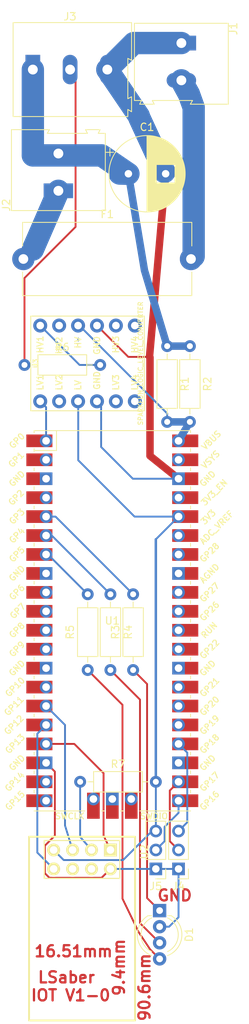
<source format=kicad_pcb>
(kicad_pcb (version 20171130) (host pcbnew "(5.1.12-1-10_14)")

  (general
    (thickness 1.6)
    (drawings 11)
    (tracks 112)
    (zones 0)
    (modules 21)
    (nets 60)
  )

  (page A4)
  (layers
    (0 F.Cu signal)
    (31 B.Cu signal)
    (32 B.Adhes user)
    (33 F.Adhes user)
    (34 B.Paste user)
    (35 F.Paste user)
    (36 B.SilkS user)
    (37 F.SilkS user)
    (38 B.Mask user)
    (39 F.Mask user)
    (40 Dwgs.User user)
    (41 Cmts.User user)
    (42 Eco1.User user)
    (43 Eco2.User user)
    (44 Edge.Cuts user)
    (45 Margin user)
    (46 B.CrtYd user)
    (47 F.CrtYd user)
    (48 B.Fab user)
    (49 F.Fab user)
  )

  (setup
    (last_trace_width 0.25)
    (trace_clearance 0.2)
    (zone_clearance 0.508)
    (zone_45_only no)
    (trace_min 0.2)
    (via_size 0.8)
    (via_drill 0.4)
    (via_min_size 0.4)
    (via_min_drill 0.3)
    (uvia_size 0.3)
    (uvia_drill 0.1)
    (uvias_allowed no)
    (uvia_min_size 0.2)
    (uvia_min_drill 0.1)
    (edge_width 0.05)
    (segment_width 0.2)
    (pcb_text_width 0.3)
    (pcb_text_size 1.5 1.5)
    (mod_edge_width 0.12)
    (mod_text_size 1 1)
    (mod_text_width 0.15)
    (pad_size 2.2 2.2)
    (pad_drill 2.2)
    (pad_to_mask_clearance 0)
    (aux_axis_origin 0 0)
    (visible_elements FFFFFF7F)
    (pcbplotparams
      (layerselection 0x3ffff_ffffffff)
      (usegerberextensions false)
      (usegerberattributes true)
      (usegerberadvancedattributes true)
      (creategerberjobfile true)
      (excludeedgelayer true)
      (linewidth 0.100000)
      (plotframeref false)
      (viasonmask false)
      (mode 1)
      (useauxorigin false)
      (hpglpennumber 1)
      (hpglpenspeed 20)
      (hpglpendiameter 15.000000)
      (psnegative false)
      (psa4output false)
      (plotreference true)
      (plotvalue true)
      (plotinvisibletext false)
      (padsonsilk false)
      (subtractmaskfromsilk false)
      (outputformat 1)
      (mirror false)
      (drillshape 0)
      (scaleselection 1)
      (outputdirectory "/Users/jondurrant/Documents/HomeDrive/LSaber-1/LSaber-1/gerb/"))
  )

  (net 0 "")
  (net 1 GND)
  (net 2 "Net-(C1-Pad1)")
  (net 3 "Net-(D1-Pad4)")
  (net 4 "Net-(D1-Pad3)")
  (net 5 "Net-(D1-Pad1)")
  (net 6 "Net-(D2-Pad4)")
  (net 7 "Net-(F1-Pad1)")
  (net 8 +5V)
  (net 9 "Net-(R1-Pad2)")
  (net 10 "Net-(R3-Pad2)")
  (net 11 "Net-(R4-Pad1)")
  (net 12 "Net-(R5-Pad2)")
  (net 13 "Net-(R6-Pad2)")
  (net 14 +3V3)
  (net 15 "Net-(R7-Pad1)")
  (net 16 "Net-(U1-Pad43)")
  (net 17 "Net-(U1-Pad42)")
  (net 18 "Net-(U1-Pad41)")
  (net 19 "Net-(U1-Pad23)")
  (net 20 "Net-(U1-Pad25)")
  (net 21 "Net-(U1-Pad26)")
  (net 22 "Net-(U1-Pad27)")
  (net 23 "Net-(U1-Pad28)")
  (net 24 "Net-(U1-Pad29)")
  (net 25 "Net-(U1-Pad30)")
  (net 26 "Net-(U1-Pad31)")
  (net 27 "Net-(U1-Pad32)")
  (net 28 "Net-(U1-Pad33)")
  (net 29 "Net-(U1-Pad34)")
  (net 30 "Net-(U1-Pad35)")
  (net 31 "Net-(U1-Pad37)")
  (net 32 "Net-(U1-Pad39)")
  (net 33 "Net-(U1-Pad20)")
  (net 34 "Net-(U1-Pad19)")
  (net 35 "Net-(U1-Pad17)")
  (net 36 "Net-(U1-Pad16)")
  (net 37 "Net-(U1-Pad15)")
  (net 38 "Net-(U1-Pad14)")
  (net 39 "Net-(U1-Pad12)")
  (net 40 "Net-(U1-Pad11)")
  (net 41 "Net-(U1-Pad10)")
  (net 42 "Net-(U1-Pad9)")
  (net 43 "Net-(U1-Pad4)")
  (net 44 "Net-(U1-Pad3)")
  (net 45 "Net-(U1-Pad2)")
  (net 46 "Net-(U1-Pad1)")
  (net 47 "Net-(U2-Pad6)")
  (net 48 "Net-(U2-Pad4)")
  (net 49 "Net-(U3-PadLV4)")
  (net 50 "Net-(U3-PadLV3)")
  (net 51 "Net-(U3-PadLV2)")
  (net 52 "Net-(U3-PadHV4)")
  (net 53 "Net-(U3-PadHV3)")
  (net 54 "Net-(U3-PadHV2)")
  (net 55 "Net-(J5-Pad2)")
  (net 56 "Net-(J4-Pad2)")
  (net 57 "Net-(U1-Pad8)")
  (net 58 "Net-(J4-Pad3)")
  (net 59 "Net-(U1-Pad13)")

  (net_class Default "This is the default net class."
    (clearance 0.2)
    (trace_width 0.25)
    (via_dia 0.8)
    (via_drill 0.4)
    (uvia_dia 0.3)
    (uvia_drill 0.1)
    (add_net +3V3)
    (add_net +5V)
    (add_net GND)
    (add_net "Net-(C1-Pad1)")
    (add_net "Net-(D1-Pad1)")
    (add_net "Net-(D1-Pad3)")
    (add_net "Net-(D1-Pad4)")
    (add_net "Net-(D2-Pad4)")
    (add_net "Net-(F1-Pad1)")
    (add_net "Net-(J4-Pad2)")
    (add_net "Net-(J4-Pad3)")
    (add_net "Net-(J5-Pad2)")
    (add_net "Net-(R1-Pad2)")
    (add_net "Net-(R3-Pad2)")
    (add_net "Net-(R4-Pad1)")
    (add_net "Net-(R5-Pad2)")
    (add_net "Net-(R6-Pad2)")
    (add_net "Net-(R7-Pad1)")
    (add_net "Net-(U1-Pad1)")
    (add_net "Net-(U1-Pad10)")
    (add_net "Net-(U1-Pad11)")
    (add_net "Net-(U1-Pad12)")
    (add_net "Net-(U1-Pad13)")
    (add_net "Net-(U1-Pad14)")
    (add_net "Net-(U1-Pad15)")
    (add_net "Net-(U1-Pad16)")
    (add_net "Net-(U1-Pad17)")
    (add_net "Net-(U1-Pad19)")
    (add_net "Net-(U1-Pad2)")
    (add_net "Net-(U1-Pad20)")
    (add_net "Net-(U1-Pad23)")
    (add_net "Net-(U1-Pad25)")
    (add_net "Net-(U1-Pad26)")
    (add_net "Net-(U1-Pad27)")
    (add_net "Net-(U1-Pad28)")
    (add_net "Net-(U1-Pad29)")
    (add_net "Net-(U1-Pad3)")
    (add_net "Net-(U1-Pad30)")
    (add_net "Net-(U1-Pad31)")
    (add_net "Net-(U1-Pad32)")
    (add_net "Net-(U1-Pad33)")
    (add_net "Net-(U1-Pad34)")
    (add_net "Net-(U1-Pad35)")
    (add_net "Net-(U1-Pad37)")
    (add_net "Net-(U1-Pad39)")
    (add_net "Net-(U1-Pad4)")
    (add_net "Net-(U1-Pad41)")
    (add_net "Net-(U1-Pad42)")
    (add_net "Net-(U1-Pad43)")
    (add_net "Net-(U1-Pad8)")
    (add_net "Net-(U1-Pad9)")
    (add_net "Net-(U2-Pad4)")
    (add_net "Net-(U2-Pad6)")
    (add_net "Net-(U3-PadHV2)")
    (add_net "Net-(U3-PadHV3)")
    (add_net "Net-(U3-PadHV4)")
    (add_net "Net-(U3-PadLV2)")
    (add_net "Net-(U3-PadLV3)")
    (add_net "Net-(U3-PadLV4)")
  )

  (net_class Power1m ""
    (clearance 0.5)
    (trace_width 1)
    (via_dia 0.8)
    (via_drill 0.4)
    (uvia_dia 0.3)
    (uvia_drill 0.1)
  )

  (module Boards:SPARKFUN_LOGIC_LEVEL_CONVERTER (layer F.Cu) (tedit 200000) (tstamp 61A16841)
    (at 28.4226 72.42556 90)
    (descr "SPARKFUN LOGIC LEVEL CONVERTER")
    (tags "SPARKFUN LOGIC LEVEL CONVERTER")
    (path /61A1A5F5)
    (attr virtual)
    (fp_text reference U3 (at 0 -6.985 90) (layer F.SilkS)
      (effects (font (size 0.6096 0.6096) (thickness 0.127)))
    )
    (fp_text value SPARKFUN_LOGIC_LEVEL_CONVERTER (at 0 7.112 90) (layer F.SilkS)
      (effects (font (size 0.6096 0.6096) (thickness 0.127)))
    )
    (fp_text user HV4 (at 2.54 6.35 90) (layer F.SilkS)
      (effects (font (size 0.8128 0.8128) (thickness 0.1524)))
    )
    (fp_text user HV3 (at 2.54 3.81 90) (layer F.SilkS)
      (effects (font (size 0.8128 0.8128) (thickness 0.1524)))
    )
    (fp_text user GND (at 2.413 1.27 90) (layer F.SilkS)
      (effects (font (size 0.8128 0.8128) (thickness 0.1524)))
    )
    (fp_text user HV (at 2.794 -1.27 90) (layer F.SilkS)
      (effects (font (size 0.8128 0.8128) (thickness 0.1524)))
    )
    (fp_text user LV4 (at -2.54 6.35 90) (layer F.SilkS)
      (effects (font (size 0.8128 0.8128) (thickness 0.1524)))
    )
    (fp_text user LV3 (at -2.54 3.81 90) (layer F.SilkS)
      (effects (font (size 0.8128 0.8128) (thickness 0.1524)))
    )
    (fp_text user GND (at -2.286 1.27 90) (layer F.SilkS)
      (effects (font (size 0.8128 0.8128) (thickness 0.1524)))
    )
    (fp_text user LV (at -2.921 -1.27 90) (layer F.SilkS)
      (effects (font (size 0.8128 0.8128) (thickness 0.1524)))
    )
    (fp_text user HV2 (at 2.413 -3.81 90) (layer F.SilkS)
      (effects (font (size 0.8128 0.8128) (thickness 0.1524)))
    )
    (fp_text user HV1 (at 2.54 -6.35 90) (layer F.SilkS)
      (effects (font (size 0.8128 0.8128) (thickness 0.1524)))
    )
    (fp_text user LV2 (at -2.54 -3.81 90) (layer F.SilkS)
      (effects (font (size 0.8128 0.8128) (thickness 0.1524)))
    )
    (fp_text user LV1 (at -2.54 -6.35 90) (layer F.SilkS)
      (effects (font (size 0.8128 0.8128) (thickness 0.1524)))
    )
    (fp_line (start -6.35 7.62) (end -6.35 -7.62) (layer F.SilkS) (width 0.127))
    (fp_line (start -6.35 -7.62) (end 6.35 -7.62) (layer F.SilkS) (width 0.127))
    (fp_line (start 6.35 -7.62) (end 6.35 7.62) (layer F.SilkS) (width 0.127))
    (fp_line (start 6.35 7.62) (end -6.35 7.62) (layer F.SilkS) (width 0.127))
    (pad LV4 thru_hole circle (at -5.08 6.35 90) (size 1.8796 1.8796) (drill 1.016) (layers *.Cu *.Mask)
      (net 49 "Net-(U3-PadLV4)") (solder_mask_margin 0.1016))
    (pad LV3 thru_hole circle (at -5.08 3.81 90) (size 1.8796 1.8796) (drill 1.016) (layers *.Cu *.Mask)
      (net 50 "Net-(U3-PadLV3)") (solder_mask_margin 0.1016))
    (pad LV2 thru_hole circle (at -5.08 -3.81 90) (size 1.8796 1.8796) (drill 1.016) (layers *.Cu *.Mask)
      (net 51 "Net-(U3-PadLV2)") (solder_mask_margin 0.1016))
    (pad LV1 thru_hole circle (at -5.08 -6.35 90) (size 1.8796 1.8796) (drill 1.016) (layers *.Cu *.Mask)
      (net 46 "Net-(U1-Pad1)") (solder_mask_margin 0.1016))
    (pad LV thru_hole circle (at -5.08 -1.27 90) (size 1.8796 1.8796) (drill 1.016) (layers *.Cu *.Mask)
      (net 14 +3V3) (solder_mask_margin 0.1016))
    (pad HV4 thru_hole circle (at 5.08 6.35 90) (size 1.8796 1.8796) (drill 1.016) (layers *.Cu *.Mask)
      (net 52 "Net-(U3-PadHV4)") (solder_mask_margin 0.1016))
    (pad HV3 thru_hole circle (at 5.08 3.81 90) (size 1.8796 1.8796) (drill 1.016) (layers *.Cu *.Mask)
      (net 53 "Net-(U3-PadHV3)") (solder_mask_margin 0.1016))
    (pad HV2 thru_hole circle (at 5.08 -3.81 90) (size 1.8796 1.8796) (drill 1.016) (layers *.Cu *.Mask)
      (net 54 "Net-(U3-PadHV2)") (solder_mask_margin 0.1016))
    (pad HV1 thru_hole circle (at 5.08 -6.35 90) (size 1.8796 1.8796) (drill 1.016) (layers *.Cu *.Mask)
      (net 13 "Net-(R6-Pad2)") (solder_mask_margin 0.1016))
    (pad HV thru_hole circle (at 5.08 -1.27 90) (size 1.8796 1.8796) (drill 1.016) (layers *.Cu *.Mask)
      (net 9 "Net-(R1-Pad2)") (solder_mask_margin 0.1016))
    (pad GND2 thru_hole circle (at 5.08 1.27 90) (size 1.8796 1.8796) (drill 1.016) (layers *.Cu *.Mask)
      (net 1 GND) (solder_mask_margin 0.1016))
    (pad GND1 thru_hole circle (at -5.08 1.27 90) (size 1.8796 1.8796) (drill 1.016) (layers *.Cu *.Mask)
      (net 1 GND) (solder_mask_margin 0.1016))
  )

  (module Connector_PinHeader_2.54mm:PinHeader_1x03_P2.54mm_Vertical (layer F.Cu) (tedit 59FED5CC) (tstamp 61A19223)
    (at 37.592 140.208 180)
    (descr "Through hole straight pin header, 1x03, 2.54mm pitch, single row")
    (tags "Through hole pin header THT 1x03 2.54mm single row")
    (path /61A558D4)
    (fp_text reference J5 (at 0 -2.33) (layer F.SilkS)
      (effects (font (size 1 1) (thickness 0.15)))
    )
    (fp_text value Conn_01x03_Male (at 0 7.41) (layer F.Fab) hide
      (effects (font (size 1 1) (thickness 0.15)))
    )
    (fp_line (start -0.635 -1.27) (end 1.27 -1.27) (layer F.Fab) (width 0.1))
    (fp_line (start 1.27 -1.27) (end 1.27 6.35) (layer F.Fab) (width 0.1))
    (fp_line (start 1.27 6.35) (end -1.27 6.35) (layer F.Fab) (width 0.1))
    (fp_line (start -1.27 6.35) (end -1.27 -0.635) (layer F.Fab) (width 0.1))
    (fp_line (start -1.27 -0.635) (end -0.635 -1.27) (layer F.Fab) (width 0.1))
    (fp_line (start -1.33 6.41) (end 1.33 6.41) (layer F.SilkS) (width 0.12))
    (fp_line (start -1.33 1.27) (end -1.33 6.41) (layer F.SilkS) (width 0.12))
    (fp_line (start 1.33 1.27) (end 1.33 6.41) (layer F.SilkS) (width 0.12))
    (fp_line (start -1.33 1.27) (end 1.33 1.27) (layer F.SilkS) (width 0.12))
    (fp_line (start -1.33 0) (end -1.33 -1.33) (layer F.SilkS) (width 0.12))
    (fp_line (start -1.33 -1.33) (end 0 -1.33) (layer F.SilkS) (width 0.12))
    (fp_line (start -1.8 -1.8) (end -1.8 6.85) (layer F.CrtYd) (width 0.05))
    (fp_line (start -1.8 6.85) (end 1.8 6.85) (layer F.CrtYd) (width 0.05))
    (fp_line (start 1.8 6.85) (end 1.8 -1.8) (layer F.CrtYd) (width 0.05))
    (fp_line (start 1.8 -1.8) (end -1.8 -1.8) (layer F.CrtYd) (width 0.05))
    (fp_text user %R (at 0 2.54 90) (layer F.Fab) hide
      (effects (font (size 1 1) (thickness 0.15)))
    )
    (pad 3 thru_hole oval (at 0 5.08 180) (size 1.7 1.7) (drill 1) (layers *.Cu *.Mask)
      (net 14 +3V3))
    (pad 2 thru_hole oval (at 0 2.54 180) (size 1.7 1.7) (drill 1) (layers *.Cu *.Mask)
      (net 55 "Net-(J5-Pad2)"))
    (pad 1 thru_hole rect (at 0 0 180) (size 1.7 1.7) (drill 1) (layers *.Cu *.Mask)
      (net 1 GND))
    (model ${KISYS3DMOD}/Connector_PinHeader_2.54mm.3dshapes/PinHeader_1x03_P2.54mm_Vertical.wrl
      (at (xyz 0 0 0))
      (scale (xyz 1 1 1))
      (rotate (xyz 0 0 0))
    )
  )

  (module ESP8266:ESP-01 (layer F.Cu) (tedit 577EF889) (tstamp 61A1FC9F)
    (at 31.496 137.668 270)
    (descr "Module, ESP-8266, ESP-01, 8 pin")
    (tags "Module ESP-8266 ESP8266")
    (path /619FB4DB)
    (fp_text reference U2 (at 0.254 -4.572 90) (layer F.SilkS)
      (effects (font (size 1 1) (thickness 0.15)))
    )
    (fp_text value ESP-01v090 (at 12.192 3.556 90) (layer F.Fab)
      (effects (font (size 1 1) (thickness 0.15)))
    )
    (fp_line (start -1.778 -3.302) (end 22.86 -3.302) (layer F.SilkS) (width 0.254))
    (fp_line (start 22.86 -3.302) (end 22.86 10.922) (layer F.SilkS) (width 0.254))
    (fp_line (start 22.86 10.922) (end -1.778 10.922) (layer F.SilkS) (width 0.254))
    (fp_line (start -1.778 10.922) (end -1.778 -3.302) (layer F.SilkS) (width 0.254))
    (fp_line (start -1.778 -3.302) (end 22.86 -3.302) (layer F.Fab) (width 0.05))
    (fp_line (start 22.86 -3.302) (end 22.86 10.922) (layer F.Fab) (width 0.05))
    (fp_line (start 22.86 10.922) (end -1.778 10.922) (layer F.Fab) (width 0.05))
    (fp_line (start -1.778 10.922) (end -1.778 -3.302) (layer F.Fab) (width 0.05))
    (fp_line (start 1.27 -1.27) (end -1.27 -1.27) (layer F.SilkS) (width 0.1524))
    (fp_line (start -1.27 -1.27) (end -1.27 1.27) (layer F.SilkS) (width 0.1524))
    (fp_line (start -1.75 -1.75) (end -1.75 9.4) (layer F.CrtYd) (width 0.05))
    (fp_line (start 4.3 -1.75) (end 4.3 9.4) (layer F.CrtYd) (width 0.05))
    (fp_line (start -1.75 -1.75) (end 4.3 -1.75) (layer F.CrtYd) (width 0.05))
    (fp_line (start -1.75 9.4) (end 4.3 9.4) (layer F.CrtYd) (width 0.05))
    (fp_line (start -1.27 1.27) (end -1.27 8.89) (layer F.SilkS) (width 0.1524))
    (fp_line (start -1.27 8.89) (end 3.81 8.89) (layer F.SilkS) (width 0.1524))
    (fp_line (start 3.81 8.89) (end 3.81 -1.27) (layer F.SilkS) (width 0.1524))
    (fp_line (start 3.81 -1.27) (end 1.27 -1.27) (layer F.SilkS) (width 0.1524))
    (pad 8 thru_hole oval (at 2.54 7.62 270) (size 1.7272 1.7272) (drill 1.016) (layers *.Cu *.Mask F.SilkS)
      (net 36 "Net-(U1-Pad16)"))
    (pad 7 thru_hole oval (at 0 7.62 270) (size 1.7272 1.7272) (drill 1.016) (layers *.Cu *.Mask F.SilkS)
      (net 14 +3V3))
    (pad 6 thru_hole oval (at 2.54 5.08 270) (size 1.7272 1.7272) (drill 1.016) (layers *.Cu *.Mask F.SilkS)
      (net 47 "Net-(U2-Pad6)"))
    (pad 5 thru_hole oval (at 0 5.08 270) (size 1.7272 1.7272) (drill 1.016) (layers *.Cu *.Mask F.SilkS)
      (net 37 "Net-(U1-Pad15)"))
    (pad 4 thru_hole oval (at 2.54 2.54 270) (size 1.7272 1.7272) (drill 1.016) (layers *.Cu *.Mask F.SilkS)
      (net 48 "Net-(U2-Pad4)"))
    (pad 3 thru_hole oval (at 0 2.54 270) (size 1.7272 1.7272) (drill 1.016) (layers *.Cu *.Mask F.SilkS)
      (net 15 "Net-(R7-Pad1)"))
    (pad 2 thru_hole oval (at 2.54 0 270) (size 1.7272 1.7272) (drill 1.016) (layers *.Cu *.Mask F.SilkS)
      (net 1 GND))
    (pad 1 thru_hole rect (at 0 0 270) (size 1.7272 1.7272) (drill 1.016) (layers *.Cu *.Mask F.SilkS)
      (net 35 "Net-(U1-Pad17)"))
  )

  (module Connector_PinHeader_2.54mm:PinHeader_1x03_P2.54mm_Vertical (layer F.Cu) (tedit 59FED5CC) (tstamp 61B23C6C)
    (at 40.64 140.208 180)
    (descr "Through hole straight pin header, 1x03, 2.54mm pitch, single row")
    (tags "Through hole pin header THT 1x03 2.54mm single row")
    (path /61A440B7)
    (fp_text reference J4 (at 0 -2.33) (layer F.SilkS)
      (effects (font (size 1 1) (thickness 0.15)))
    )
    (fp_text value Conn_01x03_Male (at 0 7.41) (layer F.Fab) hide
      (effects (font (size 1 1) (thickness 0.15)))
    )
    (fp_line (start 1.8 -1.8) (end -1.8 -1.8) (layer F.CrtYd) (width 0.05))
    (fp_line (start 1.8 6.85) (end 1.8 -1.8) (layer F.CrtYd) (width 0.05))
    (fp_line (start -1.8 6.85) (end 1.8 6.85) (layer F.CrtYd) (width 0.05))
    (fp_line (start -1.8 -1.8) (end -1.8 6.85) (layer F.CrtYd) (width 0.05))
    (fp_line (start -1.33 -1.33) (end 0 -1.33) (layer F.SilkS) (width 0.12))
    (fp_line (start -1.33 0) (end -1.33 -1.33) (layer F.SilkS) (width 0.12))
    (fp_line (start -1.33 1.27) (end 1.33 1.27) (layer F.SilkS) (width 0.12))
    (fp_line (start 1.33 1.27) (end 1.33 6.41) (layer F.SilkS) (width 0.12))
    (fp_line (start -1.33 1.27) (end -1.33 6.41) (layer F.SilkS) (width 0.12))
    (fp_line (start -1.33 6.41) (end 1.33 6.41) (layer F.SilkS) (width 0.12))
    (fp_line (start -1.27 -0.635) (end -0.635 -1.27) (layer F.Fab) (width 0.1))
    (fp_line (start -1.27 6.35) (end -1.27 -0.635) (layer F.Fab) (width 0.1))
    (fp_line (start 1.27 6.35) (end -1.27 6.35) (layer F.Fab) (width 0.1))
    (fp_line (start 1.27 -1.27) (end 1.27 6.35) (layer F.Fab) (width 0.1))
    (fp_line (start -0.635 -1.27) (end 1.27 -1.27) (layer F.Fab) (width 0.1))
    (fp_text user %R (at 0 2.54 90) (layer F.Fab) hide
      (effects (font (size 1 1) (thickness 0.15)))
    )
    (pad 3 thru_hole oval (at 0 5.08 180) (size 1.7 1.7) (drill 1) (layers *.Cu *.Mask)
      (net 58 "Net-(J4-Pad3)"))
    (pad 2 thru_hole oval (at 0 2.54 180) (size 1.7 1.7) (drill 1) (layers *.Cu *.Mask)
      (net 56 "Net-(J4-Pad2)"))
    (pad 1 thru_hole rect (at 0 0 180) (size 1.7 1.7) (drill 1) (layers *.Cu *.Mask)
      (net 1 GND))
    (model ${KISYS3DMOD}/Connector_PinHeader_2.54mm.3dshapes/PinHeader_1x03_P2.54mm_Vertical.wrl
      (at (xyz 0 0 0))
      (scale (xyz 1 1 1))
      (rotate (xyz 0 0 0))
    )
  )

  (module MountingHole:MountingHole_2.2mm_M2 (layer F.Cu) (tedit 56D1B4CB) (tstamp 61A30A8A)
    (at 40.64 66.548)
    (descr "Mounting Hole 2.2mm, no annular, M2")
    (tags "mounting hole 2.2mm no annular m2")
    (attr virtual)
    (fp_text reference REF** (at 0 -3.2) (layer F.SilkS) hide
      (effects (font (size 1 1) (thickness 0.15)))
    )
    (fp_text value MountingHole_2.2mm_M2 (at 0 3.2) (layer F.Fab)
      (effects (font (size 1 1) (thickness 0.15)))
    )
    (fp_circle (center 0 0) (end 2.2 0) (layer Cmts.User) (width 0.15))
    (fp_circle (center 0 0) (end 2.45 0) (layer F.CrtYd) (width 0.05))
    (fp_text user %R (at 0.3 0) (layer F.Fab)
      (effects (font (size 1 1) (thickness 0.15)))
    )
    (pad 1 np_thru_hole circle (at 0 0) (size 2.2 2.2) (drill 2.2) (layers *.Cu *.Mask))
  )

  (module MountingHole:MountingHole_2.2mm_M2 (layer F.Cu) (tedit 61A10AC7) (tstamp 61A30A33)
    (at 40.64 157.099)
    (descr "Mounting Hole 2.2mm, no annular, M2")
    (tags "mounting hole 2.2mm no annular m2")
    (attr virtual)
    (fp_text reference REF** (at 0 -3.2) (layer F.SilkS) hide
      (effects (font (size 1 1) (thickness 0.15)))
    )
    (fp_text value MountingHole_2.2mm_M2 (at 0 3.2) (layer F.Fab) hide
      (effects (font (size 1 1) (thickness 0.15)))
    )
    (fp_circle (center 0 0) (end 2.2 0) (layer Cmts.User) (width 0.15))
    (fp_circle (center 0 0) (end 2.45 0) (layer F.CrtYd) (width 0.05))
    (fp_text user %R (at 0.3 0) (layer F.Fab) hide
      (effects (font (size 1 1) (thickness 0.15)))
    )
    (pad "" np_thru_hole circle (at 0 0) (size 2.2 2.2) (drill 2.2) (layers *.Cu))
  )

  (module MountingHole:MountingHole_2.2mm_M2 (layer F.Cu) (tedit 56D1B4CB) (tstamp 61A309FA)
    (at 24.003 147.828)
    (descr "Mounting Hole 2.2mm, no annular, M2")
    (tags "mounting hole 2.2mm no annular m2")
    (attr virtual)
    (fp_text reference REF** (at 0 -3.2) (layer F.SilkS) hide
      (effects (font (size 1 1) (thickness 0.15)))
    )
    (fp_text value MountingHole_2.2mm_M2 (at 0 3.2) (layer F.Fab) hide
      (effects (font (size 1 1) (thickness 0.15)))
    )
    (fp_circle (center 0 0) (end 2.2 0) (layer Cmts.User) (width 0.15))
    (fp_circle (center 0 0) (end 2.45 0) (layer F.CrtYd) (width 0.05))
    (fp_text user %R (at 0.3 0) (layer F.Fab) hide
      (effects (font (size 1 1) (thickness 0.15)))
    )
    (pad 1 np_thru_hole circle (at 0 0) (size 2.2 2.2) (drill 2.2) (layers *.Cu *.Mask))
  )

  (module MCU_RaspberryPi_and_Boards:RPi_Pico_SMD_TH (layer F.Cu) (tedit 5F638C80) (tstamp 61A1570C)
    (at 31.75 106.934)
    (descr "Through hole straight pin header, 2x20, 2.54mm pitch, double rows")
    (tags "Through hole pin header THT 2x20 2.54mm double row")
    (path /619F7777)
    (fp_text reference U1 (at 0 0) (layer F.SilkS)
      (effects (font (size 1 1) (thickness 0.15)))
    )
    (fp_text value Pico (at 0 2.159) (layer F.Fab)
      (effects (font (size 1 1) (thickness 0.15)))
    )
    (fp_line (start 1.1 25.5) (end 1.5 25.5) (layer F.SilkS) (width 0.12))
    (fp_line (start -1.5 25.5) (end -1.1 25.5) (layer F.SilkS) (width 0.12))
    (fp_line (start 10.5 25.5) (end 3.7 25.5) (layer F.SilkS) (width 0.12))
    (fp_line (start 10.5 15.1) (end 10.5 15.5) (layer F.SilkS) (width 0.12))
    (fp_line (start 10.5 7.4) (end 10.5 7.8) (layer F.SilkS) (width 0.12))
    (fp_line (start 10.5 -18) (end 10.5 -17.6) (layer F.SilkS) (width 0.12))
    (fp_line (start 10.5 -25.5) (end 10.5 -25.2) (layer F.SilkS) (width 0.12))
    (fp_line (start 10.5 -2.7) (end 10.5 -2.3) (layer F.SilkS) (width 0.12))
    (fp_line (start 10.5 12.5) (end 10.5 12.9) (layer F.SilkS) (width 0.12))
    (fp_line (start 10.5 -7.8) (end 10.5 -7.4) (layer F.SilkS) (width 0.12))
    (fp_line (start 10.5 -12.9) (end 10.5 -12.5) (layer F.SilkS) (width 0.12))
    (fp_line (start 10.5 -0.2) (end 10.5 0.2) (layer F.SilkS) (width 0.12))
    (fp_line (start 10.5 4.9) (end 10.5 5.3) (layer F.SilkS) (width 0.12))
    (fp_line (start 10.5 20.1) (end 10.5 20.5) (layer F.SilkS) (width 0.12))
    (fp_line (start 10.5 22.7) (end 10.5 23.1) (layer F.SilkS) (width 0.12))
    (fp_line (start 10.5 17.6) (end 10.5 18) (layer F.SilkS) (width 0.12))
    (fp_line (start 10.5 -15.4) (end 10.5 -15) (layer F.SilkS) (width 0.12))
    (fp_line (start 10.5 -23.1) (end 10.5 -22.7) (layer F.SilkS) (width 0.12))
    (fp_line (start 10.5 -20.5) (end 10.5 -20.1) (layer F.SilkS) (width 0.12))
    (fp_line (start 10.5 10) (end 10.5 10.4) (layer F.SilkS) (width 0.12))
    (fp_line (start 10.5 2.3) (end 10.5 2.7) (layer F.SilkS) (width 0.12))
    (fp_line (start 10.5 -5.3) (end 10.5 -4.9) (layer F.SilkS) (width 0.12))
    (fp_line (start 10.5 -10.4) (end 10.5 -10) (layer F.SilkS) (width 0.12))
    (fp_line (start -10.5 22.7) (end -10.5 23.1) (layer F.SilkS) (width 0.12))
    (fp_line (start -10.5 20.1) (end -10.5 20.5) (layer F.SilkS) (width 0.12))
    (fp_line (start -10.5 17.6) (end -10.5 18) (layer F.SilkS) (width 0.12))
    (fp_line (start -10.5 15.1) (end -10.5 15.5) (layer F.SilkS) (width 0.12))
    (fp_line (start -10.5 12.5) (end -10.5 12.9) (layer F.SilkS) (width 0.12))
    (fp_line (start -10.5 10) (end -10.5 10.4) (layer F.SilkS) (width 0.12))
    (fp_line (start -10.5 7.4) (end -10.5 7.8) (layer F.SilkS) (width 0.12))
    (fp_line (start -10.5 4.9) (end -10.5 5.3) (layer F.SilkS) (width 0.12))
    (fp_line (start -10.5 2.3) (end -10.5 2.7) (layer F.SilkS) (width 0.12))
    (fp_line (start -10.5 -0.2) (end -10.5 0.2) (layer F.SilkS) (width 0.12))
    (fp_line (start -10.5 -2.7) (end -10.5 -2.3) (layer F.SilkS) (width 0.12))
    (fp_line (start -10.5 -5.3) (end -10.5 -4.9) (layer F.SilkS) (width 0.12))
    (fp_line (start -10.5 -7.8) (end -10.5 -7.4) (layer F.SilkS) (width 0.12))
    (fp_line (start -10.5 -10.4) (end -10.5 -10) (layer F.SilkS) (width 0.12))
    (fp_line (start -10.5 -12.9) (end -10.5 -12.5) (layer F.SilkS) (width 0.12))
    (fp_line (start -10.5 -15.4) (end -10.5 -15) (layer F.SilkS) (width 0.12))
    (fp_line (start -10.5 -18) (end -10.5 -17.6) (layer F.SilkS) (width 0.12))
    (fp_line (start -10.5 -20.5) (end -10.5 -20.1) (layer F.SilkS) (width 0.12))
    (fp_line (start -10.5 -23.1) (end -10.5 -22.7) (layer F.SilkS) (width 0.12))
    (fp_line (start -10.5 -25.5) (end -10.5 -25.2) (layer F.SilkS) (width 0.12))
    (fp_line (start -7.493 -22.833) (end -7.493 -25.5) (layer F.SilkS) (width 0.12))
    (fp_line (start -10.5 -22.833) (end -7.493 -22.833) (layer F.SilkS) (width 0.12))
    (fp_line (start -3.7 25.5) (end -10.5 25.5) (layer F.SilkS) (width 0.12))
    (fp_line (start -10.5 -25.5) (end 10.5 -25.5) (layer F.SilkS) (width 0.12))
    (fp_line (start -11 26) (end -11 -26) (layer F.CrtYd) (width 0.12))
    (fp_line (start 11 26) (end -11 26) (layer F.CrtYd) (width 0.12))
    (fp_line (start 11 -26) (end 11 26) (layer F.CrtYd) (width 0.12))
    (fp_line (start -11 -26) (end 11 -26) (layer F.CrtYd) (width 0.12))
    (fp_line (start -10.5 -24.2) (end -9.2 -25.5) (layer F.Fab) (width 0.12))
    (fp_line (start -10.5 25.5) (end -10.5 -25.5) (layer F.Fab) (width 0.12))
    (fp_line (start 10.5 25.5) (end -10.5 25.5) (layer F.Fab) (width 0.12))
    (fp_line (start 10.5 -25.5) (end 10.5 25.5) (layer F.Fab) (width 0.12))
    (fp_line (start -10.5 -25.5) (end 10.5 -25.5) (layer F.Fab) (width 0.12))
    (fp_poly (pts (xy -1.5 -16.5) (xy -3.5 -16.5) (xy -3.5 -18.5) (xy -1.5 -18.5)) (layer Dwgs.User) (width 0.1))
    (fp_poly (pts (xy -1.5 -14) (xy -3.5 -14) (xy -3.5 -16) (xy -1.5 -16)) (layer Dwgs.User) (width 0.1))
    (fp_poly (pts (xy -1.5 -11.5) (xy -3.5 -11.5) (xy -3.5 -13.5) (xy -1.5 -13.5)) (layer Dwgs.User) (width 0.1))
    (fp_poly (pts (xy 3.7 -20.2) (xy -3.7 -20.2) (xy -3.7 -24.9) (xy 3.7 -24.9)) (layer Dwgs.User) (width 0.1))
    (fp_text user "Copper Keepouts shown on Dwgs layer" (at 36.83 -22.098) (layer Cmts.User) hide
      (effects (font (size 1 1) (thickness 0.15)))
    )
    (fp_text user SWDIO (at 5.6 26.2) (layer F.SilkS)
      (effects (font (size 0.8 0.8) (thickness 0.15)))
    )
    (fp_text user SWCLK (at -5.7 26.2) (layer F.SilkS)
      (effects (font (size 0.8 0.8) (thickness 0.15)))
    )
    (fp_text user AGND (at 13.054 -6.35 45) (layer F.SilkS)
      (effects (font (size 0.8 0.8) (thickness 0.15)))
    )
    (fp_text user GND (at 12.8 -19.05 45) (layer F.SilkS)
      (effects (font (size 0.8 0.8) (thickness 0.15)))
    )
    (fp_text user GND (at 12.8 6.35 45) (layer F.SilkS)
      (effects (font (size 0.8 0.8) (thickness 0.15)))
    )
    (fp_text user GND (at 12.8 19.05 45) (layer F.SilkS)
      (effects (font (size 0.8 0.8) (thickness 0.15)))
    )
    (fp_text user GND (at -12.8 19.05 45) (layer F.SilkS)
      (effects (font (size 0.8 0.8) (thickness 0.15)))
    )
    (fp_text user GND (at -12.8 6.35 45) (layer F.SilkS)
      (effects (font (size 0.8 0.8) (thickness 0.15)))
    )
    (fp_text user GND (at -12.8 -6.35 45) (layer F.SilkS)
      (effects (font (size 0.8 0.8) (thickness 0.15)))
    )
    (fp_text user GND (at -12.8 -19.05 45) (layer F.SilkS)
      (effects (font (size 0.8 0.8) (thickness 0.15)))
    )
    (fp_text user VBUS (at 13.3 -24.2 45) (layer F.SilkS)
      (effects (font (size 0.8 0.8) (thickness 0.15)))
    )
    (fp_text user VSYS (at 13.2 -21.59 45) (layer F.SilkS)
      (effects (font (size 0.8 0.8) (thickness 0.15)))
    )
    (fp_text user 3V3_EN (at 13.7 -17.2 45) (layer F.SilkS)
      (effects (font (size 0.8 0.8) (thickness 0.15)))
    )
    (fp_text user 3V3 (at 12.9 -13.9 45) (layer F.SilkS)
      (effects (font (size 0.8 0.8) (thickness 0.15)))
    )
    (fp_text user ADC_VREF (at 14 -12.5 45) (layer F.SilkS)
      (effects (font (size 0.8 0.8) (thickness 0.15)))
    )
    (fp_text user GP28 (at 13.054 -9.144 45) (layer F.SilkS)
      (effects (font (size 0.8 0.8) (thickness 0.15)))
    )
    (fp_text user GP27 (at 13.054 -3.8 45) (layer F.SilkS)
      (effects (font (size 0.8 0.8) (thickness 0.15)))
    )
    (fp_text user GP26 (at 13.054 -1.27 45) (layer F.SilkS)
      (effects (font (size 0.8 0.8) (thickness 0.15)))
    )
    (fp_text user RUN (at 13 1.27 45) (layer F.SilkS)
      (effects (font (size 0.8 0.8) (thickness 0.15)))
    )
    (fp_text user GP22 (at 13.054 3.81 45) (layer F.SilkS)
      (effects (font (size 0.8 0.8) (thickness 0.15)))
    )
    (fp_text user GP21 (at 13.054 8.9 45) (layer F.SilkS)
      (effects (font (size 0.8 0.8) (thickness 0.15)))
    )
    (fp_text user GP20 (at 13.054 11.43 45) (layer F.SilkS)
      (effects (font (size 0.8 0.8) (thickness 0.15)))
    )
    (fp_text user GP19 (at 13.054 13.97 45) (layer F.SilkS)
      (effects (font (size 0.8 0.8) (thickness 0.15)))
    )
    (fp_text user GP18 (at 13.054 16.51 45) (layer F.SilkS)
      (effects (font (size 0.8 0.8) (thickness 0.15)))
    )
    (fp_text user GP17 (at 13.054 21.59 45) (layer F.SilkS)
      (effects (font (size 0.8 0.8) (thickness 0.15)))
    )
    (fp_text user GP16 (at 13.054 24.13 45) (layer F.SilkS)
      (effects (font (size 0.8 0.8) (thickness 0.15)))
    )
    (fp_text user GP15 (at -13.054 24.13 45) (layer F.SilkS)
      (effects (font (size 0.8 0.8) (thickness 0.15)))
    )
    (fp_text user GP14 (at -13.1 21.59 45) (layer F.SilkS)
      (effects (font (size 0.8 0.8) (thickness 0.15)))
    )
    (fp_text user GP13 (at -13.054 16.51 45) (layer F.SilkS)
      (effects (font (size 0.8 0.8) (thickness 0.15)))
    )
    (fp_text user GP12 (at -13.2 13.97 45) (layer F.SilkS)
      (effects (font (size 0.8 0.8) (thickness 0.15)))
    )
    (fp_text user GP11 (at -13.2 11.43 45) (layer F.SilkS)
      (effects (font (size 0.8 0.8) (thickness 0.15)))
    )
    (fp_text user GP10 (at -13.054 8.89 45) (layer F.SilkS)
      (effects (font (size 0.8 0.8) (thickness 0.15)))
    )
    (fp_text user GP9 (at -12.8 3.81 45) (layer F.SilkS)
      (effects (font (size 0.8 0.8) (thickness 0.15)))
    )
    (fp_text user GP8 (at -12.8 1.27 45) (layer F.SilkS)
      (effects (font (size 0.8 0.8) (thickness 0.15)))
    )
    (fp_text user GP7 (at -12.7 -1.3 45) (layer F.SilkS)
      (effects (font (size 0.8 0.8) (thickness 0.15)))
    )
    (fp_text user GP6 (at -12.8 -3.81 45) (layer F.SilkS)
      (effects (font (size 0.8 0.8) (thickness 0.15)))
    )
    (fp_text user GP5 (at -12.8 -8.89 45) (layer F.SilkS)
      (effects (font (size 0.8 0.8) (thickness 0.15)))
    )
    (fp_text user GP4 (at -12.8 -11.43 45) (layer F.SilkS)
      (effects (font (size 0.8 0.8) (thickness 0.15)))
    )
    (fp_text user GP3 (at -12.8 -13.97 45) (layer F.SilkS)
      (effects (font (size 0.8 0.8) (thickness 0.15)))
    )
    (fp_text user GP0 (at -12.8 -24.13 45) (layer F.SilkS)
      (effects (font (size 0.8 0.8) (thickness 0.15)))
    )
    (fp_text user GP2 (at -12.9 -16.51 45) (layer F.SilkS)
      (effects (font (size 0.8 0.8) (thickness 0.15)))
    )
    (fp_text user GP1 (at -12.9 -21.6 45) (layer F.SilkS)
      (effects (font (size 0.8 0.8) (thickness 0.15)))
    )
    (fp_text user %R (at 0 0 180) (layer F.Fab)
      (effects (font (size 1 1) (thickness 0.15)))
    )
    (pad 43 thru_hole oval (at 2.54 23.9) (size 1.7 1.7) (drill 1.02) (layers *.Cu *.Mask)
      (net 16 "Net-(U1-Pad43)"))
    (pad 43 smd rect (at 2.54 23.9 90) (size 3.5 1.7) (drill (offset -0.9 0)) (layers F.Cu F.Mask)
      (net 16 "Net-(U1-Pad43)"))
    (pad 42 thru_hole rect (at 0 23.9) (size 1.7 1.7) (drill 1.02) (layers *.Cu *.Mask)
      (net 17 "Net-(U1-Pad42)"))
    (pad 42 smd rect (at 0 23.9 90) (size 3.5 1.7) (drill (offset -0.9 0)) (layers F.Cu F.Mask)
      (net 17 "Net-(U1-Pad42)"))
    (pad 41 thru_hole oval (at -2.54 23.9) (size 1.7 1.7) (drill 1.02) (layers *.Cu *.Mask)
      (net 18 "Net-(U1-Pad41)"))
    (pad 41 smd rect (at -2.54 23.9 90) (size 3.5 1.7) (drill (offset -0.9 0)) (layers F.Cu F.Mask)
      (net 18 "Net-(U1-Pad41)"))
    (pad "" np_thru_hole oval (at 2.425 -20.97) (size 1.5 1.5) (drill 1.5) (layers *.Cu *.Mask))
    (pad "" np_thru_hole oval (at -2.425 -20.97) (size 1.5 1.5) (drill 1.5) (layers *.Cu *.Mask))
    (pad "" np_thru_hole oval (at 2.725 -24) (size 1.8 1.8) (drill 1.8) (layers *.Cu *.Mask))
    (pad "" np_thru_hole oval (at -2.725 -24) (size 1.8 1.8) (drill 1.8) (layers *.Cu *.Mask))
    (pad 21 smd rect (at 8.89 24.13) (size 3.5 1.7) (drill (offset 0.9 0)) (layers F.Cu F.Mask)
      (net 55 "Net-(J5-Pad2)"))
    (pad 22 smd rect (at 8.89 21.59) (size 3.5 1.7) (drill (offset 0.9 0)) (layers F.Cu F.Mask)
      (net 56 "Net-(J4-Pad2)"))
    (pad 23 smd rect (at 8.89 19.05) (size 3.5 1.7) (drill (offset 0.9 0)) (layers F.Cu F.Mask)
      (net 19 "Net-(U1-Pad23)"))
    (pad 24 smd rect (at 8.89 16.51) (size 3.5 1.7) (drill (offset 0.9 0)) (layers F.Cu F.Mask)
      (net 58 "Net-(J4-Pad3)"))
    (pad 25 smd rect (at 8.89 13.97) (size 3.5 1.7) (drill (offset 0.9 0)) (layers F.Cu F.Mask)
      (net 20 "Net-(U1-Pad25)"))
    (pad 26 smd rect (at 8.89 11.43) (size 3.5 1.7) (drill (offset 0.9 0)) (layers F.Cu F.Mask)
      (net 21 "Net-(U1-Pad26)"))
    (pad 27 smd rect (at 8.89 8.89) (size 3.5 1.7) (drill (offset 0.9 0)) (layers F.Cu F.Mask)
      (net 22 "Net-(U1-Pad27)"))
    (pad 28 smd rect (at 8.89 6.35) (size 3.5 1.7) (drill (offset 0.9 0)) (layers F.Cu F.Mask)
      (net 23 "Net-(U1-Pad28)"))
    (pad 29 smd rect (at 8.89 3.81) (size 3.5 1.7) (drill (offset 0.9 0)) (layers F.Cu F.Mask)
      (net 24 "Net-(U1-Pad29)"))
    (pad 30 smd rect (at 8.89 1.27) (size 3.5 1.7) (drill (offset 0.9 0)) (layers F.Cu F.Mask)
      (net 25 "Net-(U1-Pad30)"))
    (pad 31 smd rect (at 8.89 -1.27) (size 3.5 1.7) (drill (offset 0.9 0)) (layers F.Cu F.Mask)
      (net 26 "Net-(U1-Pad31)"))
    (pad 32 smd rect (at 8.89 -3.81) (size 3.5 1.7) (drill (offset 0.9 0)) (layers F.Cu F.Mask)
      (net 27 "Net-(U1-Pad32)"))
    (pad 33 smd rect (at 8.89 -6.35) (size 3.5 1.7) (drill (offset 0.9 0)) (layers F.Cu F.Mask)
      (net 28 "Net-(U1-Pad33)"))
    (pad 34 smd rect (at 8.89 -8.89) (size 3.5 1.7) (drill (offset 0.9 0)) (layers F.Cu F.Mask)
      (net 29 "Net-(U1-Pad34)"))
    (pad 35 smd rect (at 8.89 -11.43) (size 3.5 1.7) (drill (offset 0.9 0)) (layers F.Cu F.Mask)
      (net 30 "Net-(U1-Pad35)"))
    (pad 36 smd rect (at 8.89 -13.97) (size 3.5 1.7) (drill (offset 0.9 0)) (layers F.Cu F.Mask)
      (net 14 +3V3))
    (pad 37 smd rect (at 8.89 -16.51) (size 3.5 1.7) (drill (offset 0.9 0)) (layers F.Cu F.Mask)
      (net 31 "Net-(U1-Pad37)"))
    (pad 38 smd rect (at 8.89 -19.05) (size 3.5 1.7) (drill (offset 0.9 0)) (layers F.Cu F.Mask)
      (net 1 GND))
    (pad 39 smd rect (at 8.89 -21.59) (size 3.5 1.7) (drill (offset 0.9 0)) (layers F.Cu F.Mask)
      (net 32 "Net-(U1-Pad39)"))
    (pad 40 smd rect (at 8.89 -24.13) (size 3.5 1.7) (drill (offset 0.9 0)) (layers F.Cu F.Mask)
      (net 9 "Net-(R1-Pad2)"))
    (pad 20 smd rect (at -8.89 24.13) (size 3.5 1.7) (drill (offset -0.9 0)) (layers F.Cu F.Mask)
      (net 33 "Net-(U1-Pad20)"))
    (pad 19 smd rect (at -8.89 21.59) (size 3.5 1.7) (drill (offset -0.9 0)) (layers F.Cu F.Mask)
      (net 34 "Net-(U1-Pad19)"))
    (pad 18 smd rect (at -8.89 19.05) (size 3.5 1.7) (drill (offset -0.9 0)) (layers F.Cu F.Mask)
      (net 1 GND))
    (pad 17 smd rect (at -8.89 16.51) (size 3.5 1.7) (drill (offset -0.9 0)) (layers F.Cu F.Mask)
      (net 35 "Net-(U1-Pad17)"))
    (pad 16 smd rect (at -8.89 13.97) (size 3.5 1.7) (drill (offset -0.9 0)) (layers F.Cu F.Mask)
      (net 36 "Net-(U1-Pad16)"))
    (pad 15 smd rect (at -8.89 11.43) (size 3.5 1.7) (drill (offset -0.9 0)) (layers F.Cu F.Mask)
      (net 37 "Net-(U1-Pad15)"))
    (pad 14 smd rect (at -8.89 8.89) (size 3.5 1.7) (drill (offset -0.9 0)) (layers F.Cu F.Mask)
      (net 38 "Net-(U1-Pad14)"))
    (pad 13 smd rect (at -8.89 6.35) (size 3.5 1.7) (drill (offset -0.9 0)) (layers F.Cu F.Mask)
      (net 59 "Net-(U1-Pad13)"))
    (pad 12 smd rect (at -8.89 3.81) (size 3.5 1.7) (drill (offset -0.9 0)) (layers F.Cu F.Mask)
      (net 39 "Net-(U1-Pad12)"))
    (pad 11 smd rect (at -8.89 1.27) (size 3.5 1.7) (drill (offset -0.9 0)) (layers F.Cu F.Mask)
      (net 40 "Net-(U1-Pad11)"))
    (pad 10 smd rect (at -8.89 -1.27) (size 3.5 1.7) (drill (offset -0.9 0)) (layers F.Cu F.Mask)
      (net 41 "Net-(U1-Pad10)"))
    (pad 9 smd rect (at -8.89 -3.81) (size 3.5 1.7) (drill (offset -0.9 0)) (layers F.Cu F.Mask)
      (net 42 "Net-(U1-Pad9)"))
    (pad 8 smd rect (at -8.89 -6.35) (size 3.5 1.7) (drill (offset -0.9 0)) (layers F.Cu F.Mask)
      (net 57 "Net-(U1-Pad8)"))
    (pad 7 smd rect (at -8.89 -8.89) (size 3.5 1.7) (drill (offset -0.9 0)) (layers F.Cu F.Mask)
      (net 12 "Net-(R5-Pad2)"))
    (pad 6 smd rect (at -8.89 -11.43) (size 3.5 1.7) (drill (offset -0.9 0)) (layers F.Cu F.Mask)
      (net 11 "Net-(R4-Pad1)"))
    (pad 5 smd rect (at -8.89 -13.97) (size 3.5 1.7) (drill (offset -0.9 0)) (layers F.Cu F.Mask)
      (net 10 "Net-(R3-Pad2)"))
    (pad 4 smd rect (at -8.89 -16.51) (size 3.5 1.7) (drill (offset -0.9 0)) (layers F.Cu F.Mask)
      (net 43 "Net-(U1-Pad4)"))
    (pad 3 smd rect (at -8.89 -19.05) (size 3.5 1.7) (drill (offset -0.9 0)) (layers F.Cu F.Mask)
      (net 44 "Net-(U1-Pad3)"))
    (pad 2 smd rect (at -8.89 -21.59) (size 3.5 1.7) (drill (offset -0.9 0)) (layers F.Cu F.Mask)
      (net 45 "Net-(U1-Pad2)"))
    (pad 1 smd rect (at -8.89 -24.13) (size 3.5 1.7) (drill (offset -0.9 0)) (layers F.Cu F.Mask)
      (net 46 "Net-(U1-Pad1)"))
    (pad 40 thru_hole oval (at 8.89 -24.13) (size 1.7 1.7) (drill 1.02) (layers *.Cu *.Mask)
      (net 9 "Net-(R1-Pad2)"))
    (pad 39 thru_hole oval (at 8.89 -21.59) (size 1.7 1.7) (drill 1.02) (layers *.Cu *.Mask)
      (net 32 "Net-(U1-Pad39)"))
    (pad 38 thru_hole rect (at 8.89 -19.05) (size 1.7 1.7) (drill 1.02) (layers *.Cu *.Mask)
      (net 1 GND))
    (pad 37 thru_hole oval (at 8.89 -16.51) (size 1.7 1.7) (drill 1.02) (layers *.Cu *.Mask)
      (net 31 "Net-(U1-Pad37)"))
    (pad 36 thru_hole oval (at 8.89 -13.97) (size 1.7 1.7) (drill 1.02) (layers *.Cu *.Mask)
      (net 14 +3V3))
    (pad 35 thru_hole oval (at 8.89 -11.43) (size 1.7 1.7) (drill 1.02) (layers *.Cu *.Mask)
      (net 30 "Net-(U1-Pad35)"))
    (pad 34 thru_hole oval (at 8.89 -8.89) (size 1.7 1.7) (drill 1.02) (layers *.Cu *.Mask)
      (net 29 "Net-(U1-Pad34)"))
    (pad 33 thru_hole rect (at 8.89 -6.35) (size 1.7 1.7) (drill 1.02) (layers *.Cu *.Mask)
      (net 28 "Net-(U1-Pad33)"))
    (pad 32 thru_hole oval (at 8.89 -3.81) (size 1.7 1.7) (drill 1.02) (layers *.Cu *.Mask)
      (net 27 "Net-(U1-Pad32)"))
    (pad 31 thru_hole oval (at 8.89 -1.27) (size 1.7 1.7) (drill 1.02) (layers *.Cu *.Mask)
      (net 26 "Net-(U1-Pad31)"))
    (pad 30 thru_hole oval (at 8.89 1.27) (size 1.7 1.7) (drill 1.02) (layers *.Cu *.Mask)
      (net 25 "Net-(U1-Pad30)"))
    (pad 29 thru_hole oval (at 8.89 3.81) (size 1.7 1.7) (drill 1.02) (layers *.Cu *.Mask)
      (net 24 "Net-(U1-Pad29)"))
    (pad 28 thru_hole rect (at 8.89 6.35) (size 1.7 1.7) (drill 1.02) (layers *.Cu *.Mask)
      (net 23 "Net-(U1-Pad28)"))
    (pad 27 thru_hole oval (at 8.89 8.89) (size 1.7 1.7) (drill 1.02) (layers *.Cu *.Mask)
      (net 22 "Net-(U1-Pad27)"))
    (pad 26 thru_hole oval (at 8.89 11.43) (size 1.7 1.7) (drill 1.02) (layers *.Cu *.Mask)
      (net 21 "Net-(U1-Pad26)"))
    (pad 25 thru_hole oval (at 8.89 13.97) (size 1.7 1.7) (drill 1.02) (layers *.Cu *.Mask)
      (net 20 "Net-(U1-Pad25)"))
    (pad 24 thru_hole oval (at 8.89 16.51) (size 1.7 1.7) (drill 1.02) (layers *.Cu *.Mask)
      (net 58 "Net-(J4-Pad3)"))
    (pad 23 thru_hole rect (at 8.89 19.05) (size 1.7 1.7) (drill 1.02) (layers *.Cu *.Mask)
      (net 19 "Net-(U1-Pad23)"))
    (pad 22 thru_hole oval (at 8.89 21.59) (size 1.7 1.7) (drill 1.02) (layers *.Cu *.Mask)
      (net 56 "Net-(J4-Pad2)"))
    (pad 21 thru_hole oval (at 8.89 24.13) (size 1.7 1.7) (drill 1.02) (layers *.Cu *.Mask)
      (net 55 "Net-(J5-Pad2)"))
    (pad 20 thru_hole oval (at -8.89 24.13) (size 1.7 1.7) (drill 1.02) (layers *.Cu *.Mask)
      (net 33 "Net-(U1-Pad20)"))
    (pad 19 thru_hole oval (at -8.89 21.59) (size 1.7 1.7) (drill 1.02) (layers *.Cu *.Mask)
      (net 34 "Net-(U1-Pad19)"))
    (pad 18 thru_hole rect (at -8.89 19.05) (size 1.7 1.7) (drill 1.02) (layers *.Cu *.Mask)
      (net 1 GND))
    (pad 17 thru_hole oval (at -8.89 16.51) (size 1.7 1.7) (drill 1.02) (layers *.Cu *.Mask)
      (net 35 "Net-(U1-Pad17)"))
    (pad 16 thru_hole oval (at -8.89 13.97) (size 1.7 1.7) (drill 1.02) (layers *.Cu *.Mask)
      (net 36 "Net-(U1-Pad16)"))
    (pad 15 thru_hole oval (at -8.89 11.43) (size 1.7 1.7) (drill 1.02) (layers *.Cu *.Mask)
      (net 37 "Net-(U1-Pad15)"))
    (pad 14 thru_hole oval (at -8.89 8.89) (size 1.7 1.7) (drill 1.02) (layers *.Cu *.Mask)
      (net 38 "Net-(U1-Pad14)"))
    (pad 13 thru_hole rect (at -8.89 6.35) (size 1.7 1.7) (drill 1.02) (layers *.Cu *.Mask)
      (net 59 "Net-(U1-Pad13)"))
    (pad 12 thru_hole oval (at -8.89 3.81) (size 1.7 1.7) (drill 1.02) (layers *.Cu *.Mask)
      (net 39 "Net-(U1-Pad12)"))
    (pad 11 thru_hole oval (at -8.89 1.27) (size 1.7 1.7) (drill 1.02) (layers *.Cu *.Mask)
      (net 40 "Net-(U1-Pad11)"))
    (pad 10 thru_hole oval (at -8.89 -1.27) (size 1.7 1.7) (drill 1.02) (layers *.Cu *.Mask)
      (net 41 "Net-(U1-Pad10)"))
    (pad 9 thru_hole oval (at -8.89 -3.81) (size 1.7 1.7) (drill 1.02) (layers *.Cu *.Mask)
      (net 42 "Net-(U1-Pad9)"))
    (pad 8 thru_hole rect (at -8.89 -6.35) (size 1.7 1.7) (drill 1.02) (layers *.Cu *.Mask)
      (net 57 "Net-(U1-Pad8)"))
    (pad 7 thru_hole oval (at -8.89 -8.89) (size 1.7 1.7) (drill 1.02) (layers *.Cu *.Mask)
      (net 12 "Net-(R5-Pad2)"))
    (pad 6 thru_hole oval (at -8.89 -11.43) (size 1.7 1.7) (drill 1.02) (layers *.Cu *.Mask)
      (net 11 "Net-(R4-Pad1)"))
    (pad 5 thru_hole oval (at -8.89 -13.97) (size 1.7 1.7) (drill 1.02) (layers *.Cu *.Mask)
      (net 10 "Net-(R3-Pad2)"))
    (pad 4 thru_hole oval (at -8.89 -16.51) (size 1.7 1.7) (drill 1.02) (layers *.Cu *.Mask)
      (net 43 "Net-(U1-Pad4)"))
    (pad 3 thru_hole rect (at -8.89 -19.05) (size 1.7 1.7) (drill 1.02) (layers *.Cu *.Mask)
      (net 44 "Net-(U1-Pad3)"))
    (pad 2 thru_hole oval (at -8.89 -21.59) (size 1.7 1.7) (drill 1.02) (layers *.Cu *.Mask)
      (net 45 "Net-(U1-Pad2)"))
    (pad 1 thru_hole oval (at -8.89 -24.13) (size 1.7 1.7) (drill 1.02) (layers *.Cu *.Mask)
      (net 46 "Net-(U1-Pad1)"))
  )

  (module LED_THT:LED_D5.0mm-4_RGB_Wide_Pins (layer F.Cu) (tedit 5B74F76E) (tstamp 61A232A5)
    (at 38.1 145.796 270)
    (descr "LED, diameter 5.0mm, 2 pins, diameter 5.0mm, 3 pins, diameter 5.0mm, 4 pins, http://www.kingbright.com/attachments/file/psearch/000/00/00/L-154A4SUREQBFZGEW(Ver.9A).pdf")
    (tags "LED diameter 5.0mm 2 pins diameter 5.0mm 3 pins diameter 5.0mm 4 pins RGB RGBLED")
    (path /61ABC6C3)
    (fp_text reference D1 (at 3.2385 -3.96 90) (layer F.SilkS)
      (effects (font (size 1 1) (thickness 0.15)))
    )
    (fp_text value LED_RCGB (at 3.2385 3.96 90) (layer F.Fab)
      (effects (font (size 1 1) (thickness 0.15)))
    )
    (fp_circle (center 3.2385 0) (end 5.7385 0) (layer F.Fab) (width 0.1))
    (fp_line (start 0.7385 -1.469694) (end 0.7385 1.469694) (layer F.Fab) (width 0.1))
    (fp_line (start 0.6785 -1.545) (end 0.6785 -1.08) (layer F.SilkS) (width 0.12))
    (fp_line (start 0.6785 1.08) (end 0.6785 1.545) (layer F.SilkS) (width 0.12))
    (fp_line (start -1.08 -3.25) (end -1.08 3.25) (layer F.CrtYd) (width 0.05))
    (fp_line (start -1.08 3.25) (end 7.56 3.25) (layer F.CrtYd) (width 0.05))
    (fp_line (start 7.56 3.25) (end 7.56 -3.25) (layer F.CrtYd) (width 0.05))
    (fp_line (start 7.56 -3.25) (end -1.08 -3.25) (layer F.CrtYd) (width 0.05))
    (fp_text user %R (at 3.2385 -3.96 90) (layer F.Fab)
      (effects (font (size 1 1) (thickness 0.15)))
    )
    (fp_arc (start 3.2385 0) (end 0.983816 1.08) (angle -128.8) (layer F.SilkS) (width 0.12))
    (fp_arc (start 3.2385 0) (end 0.983816 -1.08) (angle 128.8) (layer F.SilkS) (width 0.12))
    (fp_arc (start 3.2385 0) (end 0.6785 1.54483) (angle -127.7) (layer F.SilkS) (width 0.12))
    (fp_arc (start 3.2385 0) (end 0.6785 -1.54483) (angle 127.7) (layer F.SilkS) (width 0.12))
    (fp_arc (start 3.2385 0) (end 0.7385 -1.469694) (angle 299.1) (layer F.Fab) (width 0.1))
    (pad 4 thru_hole circle (at 6.477 0 270) (size 1.8 1.8) (drill 0.9) (layers *.Cu *.Mask)
      (net 3 "Net-(D1-Pad4)"))
    (pad 3 thru_hole circle (at 4.318 0 270) (size 1.8 1.8) (drill 0.9) (layers *.Cu *.Mask)
      (net 4 "Net-(D1-Pad3)"))
    (pad 2 thru_hole circle (at 2.159 0 270) (size 1.8 1.8) (drill 0.9) (layers *.Cu *.Mask)
      (net 1 GND))
    (pad 1 thru_hole rect (at 0 0 270) (size 1.8 1.8) (drill 0.9) (layers *.Cu *.Mask)
      (net 5 "Net-(D1-Pad1)"))
    (model ${KISYS3DMOD}/LED_THT.3dshapes/LED_D5.0mm-4_RGB_Wide_Pins.wrl
      (at (xyz 0 0 0))
      (scale (xyz 1 1 1))
      (rotate (xyz 0 0 0))
    )
  )

  (module Fuse:Fuseholder_Cylinder-5x20mm_Schurter_0031_8201_Horizontal_Open (layer F.Cu) (tedit 5D717D34) (tstamp 61A15563)
    (at 19.812 58.42)
    (descr "Fuseholder horizontal open, 5x20mm, 500V, 16A, Schurter 0031.8201, https://us.schurter.com/bundles/snceschurter/epim/_ProdPool_/newDS/en/typ_OGN.pdf")
    (tags "Fuseholder horizontal open 5x20 Schurter 0031.8201")
    (path /61A07E05)
    (fp_text reference F1 (at 11.25 -6) (layer F.SilkS)
      (effects (font (size 1 1) (thickness 0.15)))
    )
    (fp_text value "Fuse 5A" (at 11.25 6) (layer F.Fab)
      (effects (font (size 1 1) (thickness 0.15)))
    )
    (fp_line (start 0 -4.8) (end 0 4.8) (layer F.Fab) (width 0.1))
    (fp_line (start 0 4.8) (end 22.5 4.8) (layer F.Fab) (width 0.1))
    (fp_line (start 22.5 4.8) (end 22.5 -4.8) (layer F.Fab) (width 0.1))
    (fp_line (start 22.5 -4.8) (end 0 -4.8) (layer F.Fab) (width 0.1))
    (fp_line (start -1.75 5.05) (end -1.75 -5.05) (layer F.CrtYd) (width 0.05))
    (fp_line (start 22.61 4.91) (end 22.61 1.75) (layer F.SilkS) (width 0.12))
    (fp_line (start 22.61 -1.75) (end 22.61 -4.91) (layer F.SilkS) (width 0.12))
    (fp_line (start -0.11 -1.75) (end -0.11 -4.91) (layer F.SilkS) (width 0.12))
    (fp_line (start -0.11 -4.91) (end 22.61 -4.91) (layer F.SilkS) (width 0.12))
    (fp_line (start 24.25 5.05) (end -1.75 5.05) (layer F.CrtYd) (width 0.05))
    (fp_line (start -1.75 -5.05) (end 24.25 -5.05) (layer F.CrtYd) (width 0.05))
    (fp_line (start -0.11 4.91) (end 22.61 4.91) (layer F.SilkS) (width 0.12))
    (fp_line (start 24.25 -5.05) (end 24.25 5.05) (layer F.CrtYd) (width 0.05))
    (fp_line (start -0.11 4.91) (end -0.11 1.75) (layer F.SilkS) (width 0.12))
    (fp_text user %R (at 11.25 4) (layer F.Fab)
      (effects (font (size 1 1) (thickness 0.15)))
    )
    (pad "" np_thru_hole circle (at 11.25 0) (size 2.7 2.7) (drill 2.7) (layers *.Cu *.Mask))
    (pad 2 thru_hole circle (at 22.5 0) (size 3 3) (drill 1.3) (layers *.Cu *.Mask)
      (net 8 +5V))
    (pad 1 thru_hole circle (at 0 0) (size 3 3) (drill 1.3) (layers *.Cu *.Mask)
      (net 7 "Net-(F1-Pad1)"))
    (model ${KISYS3DMOD}/Fuse.3dshapes/Fuseholder_Cylinder-5x20mm_Schurter_0031_8201_Horizontal_Open.wrl
      (at (xyz 0 0 0))
      (scale (xyz 1 1 1))
      (rotate (xyz 0 0 0))
    )
  )

  (module TerminalBlock:TerminalBlock_Altech_AK300-3_P5.00mm (layer F.Cu) (tedit 59FF0306) (tstamp 61A191F6)
    (at 21.082 33.02)
    (descr "Altech AK300 terminal block, pitch 5.0mm, 45 degree angled, see http://www.mouser.com/ds/2/16/PCBMETRC-24178.pdf")
    (tags "Altech AK300 terminal block pitch 5.0mm")
    (path /61A221FF)
    (fp_text reference J3 (at 5 -7.1) (layer F.SilkS)
      (effects (font (size 1 1) (thickness 0.15)))
    )
    (fp_text value Screw_Terminal_01x03 (at 4.95 7.3) (layer F.Fab)
      (effects (font (size 1 1) (thickness 0.15)))
    )
    (fp_line (start -2.65 -6.3) (end -2.65 6.3) (layer F.SilkS) (width 0.12))
    (fp_line (start -2.65 6.3) (end 12.75 6.3) (layer F.SilkS) (width 0.12))
    (fp_line (start 12.75 6.3) (end 12.75 5.35) (layer F.SilkS) (width 0.12))
    (fp_line (start 12.75 5.35) (end 13.25 5.65) (layer F.SilkS) (width 0.12))
    (fp_line (start 13.25 5.65) (end 13.25 3.65) (layer F.SilkS) (width 0.12))
    (fp_line (start 13.25 3.65) (end 12.75 3.9) (layer F.SilkS) (width 0.12))
    (fp_line (start 12.75 3.9) (end 12.75 -1.5) (layer F.SilkS) (width 0.12))
    (fp_line (start 12.75 -1.5) (end 13.25 -1.25) (layer F.SilkS) (width 0.12))
    (fp_line (start 13.25 -1.25) (end 13.25 -6.3) (layer F.SilkS) (width 0.12))
    (fp_line (start 13.25 -6.3) (end -2.65 -6.3) (layer F.SilkS) (width 0.12))
    (fp_line (start 12.66 -0.65) (end -2.52 -0.65) (layer F.Fab) (width 0.1))
    (fp_line (start 8.02 3.99) (end 8.02 -0.26) (layer F.Fab) (width 0.1))
    (fp_line (start 12.09 6.21) (end 7.58 6.21) (layer F.Fab) (width 0.1))
    (fp_line (start 7.58 -3.19) (end 12.6 -3.19) (layer F.Fab) (width 0.1))
    (fp_line (start -2.58 -6.23) (end 12.66 -6.23) (layer F.Fab) (width 0.1))
    (fp_line (start 8.42 -0.26) (end 11.72 -0.26) (layer F.Fab) (width 0.1))
    (fp_line (start 8.04 -0.26) (end 8.42 -0.26) (layer F.Fab) (width 0.1))
    (fp_line (start 12.1 -0.26) (end 11.72 -0.26) (layer F.Fab) (width 0.1))
    (fp_line (start 8.57 -4.33) (end 11.62 -4.96) (layer F.Fab) (width 0.1))
    (fp_line (start 8.44 -4.46) (end 11.49 -5.09) (layer F.Fab) (width 0.1))
    (fp_line (start 12.1 -3.44) (end 8.04 -3.44) (layer F.Fab) (width 0.1))
    (fp_line (start 12.1 -5.98) (end 12.1 -3.44) (layer F.Fab) (width 0.1))
    (fp_line (start 8.04 -5.98) (end 12.1 -5.98) (layer F.Fab) (width 0.1))
    (fp_line (start 8.04 -3.44) (end 8.04 -5.98) (layer F.Fab) (width 0.1))
    (fp_line (start 12.66 -3.19) (end 12.66 -1.66) (layer F.Fab) (width 0.1))
    (fp_line (start 12.66 -0.65) (end 12.66 4.05) (layer F.Fab) (width 0.1))
    (fp_line (start 12.66 -1.66) (end 12.66 -0.65) (layer F.Fab) (width 0.1))
    (fp_line (start 11.72 0.5) (end 11.34 0.5) (layer F.Fab) (width 0.1))
    (fp_line (start 8.42 0.5) (end 8.8 0.5) (layer F.Fab) (width 0.1))
    (fp_line (start 8.42 3.67) (end 8.42 0.5) (layer F.Fab) (width 0.1))
    (fp_line (start 11.72 3.67) (end 8.42 3.67) (layer F.Fab) (width 0.1))
    (fp_line (start 11.72 3.67) (end 11.72 0.5) (layer F.Fab) (width 0.1))
    (fp_line (start 12.1 4.31) (end 12.1 6.21) (layer F.Fab) (width 0.1))
    (fp_line (start 8.04 4.31) (end 12.1 4.31) (layer F.Fab) (width 0.1))
    (fp_line (start 12.1 6.21) (end 12.66 6.21) (layer F.Fab) (width 0.1))
    (fp_line (start 12.1 -0.26) (end 12.1 4.31) (layer F.Fab) (width 0.1))
    (fp_line (start 8.04 6.21) (end 8.04 4.31) (layer F.Fab) (width 0.1))
    (fp_line (start 13.17 3.8) (end 13.17 5.45) (layer F.Fab) (width 0.1))
    (fp_line (start 12.66 4.05) (end 12.66 5.2) (layer F.Fab) (width 0.1))
    (fp_line (start 13.17 3.8) (end 12.66 4.05) (layer F.Fab) (width 0.1))
    (fp_line (start 12.66 5.2) (end 12.66 6.21) (layer F.Fab) (width 0.1))
    (fp_line (start 13.17 5.45) (end 12.66 5.2) (layer F.Fab) (width 0.1))
    (fp_line (start 13.17 -1.41) (end 12.66 -1.66) (layer F.Fab) (width 0.1))
    (fp_line (start 13.17 -6.23) (end 13.17 -1.41) (layer F.Fab) (width 0.1))
    (fp_line (start 12.66 -6.23) (end 13.17 -6.23) (layer F.Fab) (width 0.1))
    (fp_line (start 12.66 -6.23) (end 12.66 -3.19) (layer F.Fab) (width 0.1))
    (fp_line (start 8.8 2.53) (end 8.8 -0.26) (layer F.Fab) (width 0.1))
    (fp_line (start 8.8 -0.26) (end 11.34 -0.26) (layer F.Fab) (width 0.1))
    (fp_line (start 11.34 2.53) (end 11.34 -0.26) (layer F.Fab) (width 0.1))
    (fp_line (start 8.8 2.53) (end 11.34 2.53) (layer F.Fab) (width 0.1))
    (fp_line (start -1.28 2.53) (end 1.26 2.53) (layer F.Fab) (width 0.1))
    (fp_line (start 1.26 2.53) (end 1.26 -0.26) (layer F.Fab) (width 0.1))
    (fp_line (start -1.28 -0.26) (end 1.26 -0.26) (layer F.Fab) (width 0.1))
    (fp_line (start -1.28 2.53) (end -1.28 -0.26) (layer F.Fab) (width 0.1))
    (fp_line (start 3.72 2.53) (end 6.26 2.53) (layer F.Fab) (width 0.1))
    (fp_line (start 6.26 2.53) (end 6.26 -0.26) (layer F.Fab) (width 0.1))
    (fp_line (start 3.72 -0.26) (end 6.26 -0.26) (layer F.Fab) (width 0.1))
    (fp_line (start 3.72 2.53) (end 3.72 -0.26) (layer F.Fab) (width 0.1))
    (fp_line (start 8.02 5.2) (end 8.02 6.21) (layer F.Fab) (width 0.1))
    (fp_line (start 8.02 4.05) (end 8.02 5.2) (layer F.Fab) (width 0.1))
    (fp_line (start 2.96 6.21) (end 2.96 4.31) (layer F.Fab) (width 0.1))
    (fp_line (start 7.02 -0.26) (end 7.02 4.31) (layer F.Fab) (width 0.1))
    (fp_line (start 2.96 6.21) (end 7.02 6.21) (layer F.Fab) (width 0.1))
    (fp_line (start 7.02 6.21) (end 7.58 6.21) (layer F.Fab) (width 0.1))
    (fp_line (start 2.02 6.21) (end 2.02 4.31) (layer F.Fab) (width 0.1))
    (fp_line (start 2.02 6.21) (end 2.96 6.21) (layer F.Fab) (width 0.1))
    (fp_line (start -2.05 -0.26) (end -2.05 4.31) (layer F.Fab) (width 0.1))
    (fp_line (start -2.58 6.21) (end -2.05 6.21) (layer F.Fab) (width 0.1))
    (fp_line (start -2.05 6.21) (end 2.02 6.21) (layer F.Fab) (width 0.1))
    (fp_line (start 2.96 4.31) (end 7.02 4.31) (layer F.Fab) (width 0.1))
    (fp_line (start 2.96 4.31) (end 2.96 -0.26) (layer F.Fab) (width 0.1))
    (fp_line (start 7.02 4.31) (end 7.02 6.21) (layer F.Fab) (width 0.1))
    (fp_line (start 2.02 4.31) (end -2.05 4.31) (layer F.Fab) (width 0.1))
    (fp_line (start 2.02 4.31) (end 2.02 -0.26) (layer F.Fab) (width 0.1))
    (fp_line (start -2.05 4.31) (end -2.05 6.21) (layer F.Fab) (width 0.1))
    (fp_line (start 6.64 3.67) (end 6.64 0.5) (layer F.Fab) (width 0.1))
    (fp_line (start 6.64 3.67) (end 3.34 3.67) (layer F.Fab) (width 0.1))
    (fp_line (start 3.34 3.67) (end 3.34 0.5) (layer F.Fab) (width 0.1))
    (fp_line (start 1.64 3.67) (end 1.64 0.5) (layer F.Fab) (width 0.1))
    (fp_line (start 1.64 3.67) (end -1.67 3.67) (layer F.Fab) (width 0.1))
    (fp_line (start -1.67 3.67) (end -1.67 0.5) (layer F.Fab) (width 0.1))
    (fp_line (start -1.67 0.5) (end -1.28 0.5) (layer F.Fab) (width 0.1))
    (fp_line (start 1.64 0.5) (end 1.26 0.5) (layer F.Fab) (width 0.1))
    (fp_line (start 3.34 0.5) (end 3.72 0.5) (layer F.Fab) (width 0.1))
    (fp_line (start 6.64 0.5) (end 6.26 0.5) (layer F.Fab) (width 0.1))
    (fp_line (start -2.58 6.21) (end -2.58 -0.65) (layer F.Fab) (width 0.1))
    (fp_line (start -2.58 -0.65) (end -2.58 -3.19) (layer F.Fab) (width 0.1))
    (fp_line (start -2.58 -3.19) (end 7.58 -3.19) (layer F.Fab) (width 0.1))
    (fp_line (start -2.58 -3.19) (end -2.58 -6.23) (layer F.Fab) (width 0.1))
    (fp_line (start 2.96 -3.44) (end 2.96 -5.98) (layer F.Fab) (width 0.1))
    (fp_line (start 2.96 -5.98) (end 7.02 -5.98) (layer F.Fab) (width 0.1))
    (fp_line (start 7.02 -5.98) (end 7.02 -3.44) (layer F.Fab) (width 0.1))
    (fp_line (start 7.02 -3.44) (end 2.96 -3.44) (layer F.Fab) (width 0.1))
    (fp_line (start 2.02 -3.44) (end 2.02 -5.98) (layer F.Fab) (width 0.1))
    (fp_line (start 2.02 -3.44) (end -2.05 -3.44) (layer F.Fab) (width 0.1))
    (fp_line (start -2.05 -3.44) (end -2.05 -5.98) (layer F.Fab) (width 0.1))
    (fp_line (start 2.02 -5.98) (end -2.05 -5.98) (layer F.Fab) (width 0.1))
    (fp_line (start 3.36 -4.46) (end 6.41 -5.09) (layer F.Fab) (width 0.1))
    (fp_line (start 3.49 -4.33) (end 6.54 -4.96) (layer F.Fab) (width 0.1))
    (fp_line (start -1.64 -4.46) (end 1.41 -5.09) (layer F.Fab) (width 0.1))
    (fp_line (start -1.51 -4.33) (end 1.53 -4.96) (layer F.Fab) (width 0.1))
    (fp_line (start -2.05 -0.26) (end -1.67 -0.26) (layer F.Fab) (width 0.1))
    (fp_line (start 2.02 -0.26) (end 1.64 -0.26) (layer F.Fab) (width 0.1))
    (fp_line (start 1.64 -0.26) (end -1.67 -0.26) (layer F.Fab) (width 0.1))
    (fp_line (start 7.02 -0.26) (end 6.64 -0.26) (layer F.Fab) (width 0.1))
    (fp_line (start 2.96 -0.26) (end 3.34 -0.26) (layer F.Fab) (width 0.1))
    (fp_line (start 3.34 -0.26) (end 6.64 -0.26) (layer F.Fab) (width 0.1))
    (fp_line (start -2.83 -6.48) (end 13.42 -6.48) (layer F.CrtYd) (width 0.05))
    (fp_line (start -2.83 -6.48) (end -2.83 6.46) (layer F.CrtYd) (width 0.05))
    (fp_line (start 13.42 6.46) (end 13.42 -6.48) (layer F.CrtYd) (width 0.05))
    (fp_line (start 13.42 6.46) (end -2.83 6.46) (layer F.CrtYd) (width 0.05))
    (fp_arc (start -1.16 -4.66) (end -1.44 -4.14) (angle 104.2) (layer F.Fab) (width 0.1))
    (fp_arc (start -0.04 -3.72) (end -1.64 -5.01) (angle 100) (layer F.Fab) (width 0.1))
    (fp_arc (start 0.04 -6.08) (end 1.5 -4.13) (angle 75.5) (layer F.Fab) (width 0.1))
    (fp_arc (start 1 -4.6) (end 1.51 -5.06) (angle 90.5) (layer F.Fab) (width 0.1))
    (fp_arc (start 3.85 -4.66) (end 3.56 -4.14) (angle 104.2) (layer F.Fab) (width 0.1))
    (fp_arc (start 4.96 -3.72) (end 3.36 -5.01) (angle 100) (layer F.Fab) (width 0.1))
    (fp_arc (start 5.04 -6.08) (end 6.5 -4.13) (angle 75.5) (layer F.Fab) (width 0.1))
    (fp_arc (start 6.01 -4.6) (end 6.51 -5.06) (angle 90.5) (layer F.Fab) (width 0.1))
    (fp_arc (start 11.09 -4.6) (end 11.59 -5.06) (angle 90.5) (layer F.Fab) (width 0.1))
    (fp_arc (start 10.12 -6.08) (end 11.58 -4.13) (angle 75.5) (layer F.Fab) (width 0.1))
    (fp_arc (start 10.04 -3.72) (end 8.44 -5.01) (angle 100) (layer F.Fab) (width 0.1))
    (fp_arc (start 8.93 -4.66) (end 8.64 -4.14) (angle 104.2) (layer F.Fab) (width 0.1))
    (fp_text user %R (at 5 -2) (layer F.Fab)
      (effects (font (size 1 1) (thickness 0.15)))
    )
    (pad 3 thru_hole oval (at 10 0) (size 1.98 3.96) (drill 1.32) (layers *.Cu *.Mask)
      (net 1 GND))
    (pad 2 thru_hole oval (at 5 0) (size 1.98 3.96) (drill 1.32) (layers *.Cu *.Mask)
      (net 6 "Net-(D2-Pad4)"))
    (pad 1 thru_hole rect (at 0 0) (size 1.98 3.96) (drill 1.32) (layers *.Cu *.Mask)
      (net 2 "Net-(C1-Pad1)"))
    (model ${KISYS3DMOD}/TerminalBlock.3dshapes/TerminalBlock_Altech_AK300-3_P5.00mm.wrl
      (at (xyz 0 0 0))
      (scale (xyz 1 1 1))
      (rotate (xyz 0 0 0))
    )
  )

  (module TerminalBlock:TerminalBlock_Altech_AK300-2_P5.00mm (layer F.Cu) (tedit 59FF0306) (tstamp 61A1918F)
    (at 24.511 49.276 90)
    (descr "Altech AK300 terminal block, pitch 5.0mm, 45 degree angled, see http://www.mouser.com/ds/2/16/PCBMETRC-24178.pdf")
    (tags "Altech AK300 terminal block pitch 5.0mm")
    (path /61A2FD00)
    (fp_text reference J2 (at -1.92 -6.99 90) (layer F.SilkS)
      (effects (font (size 1 1) (thickness 0.15)))
    )
    (fp_text value Screw_Terminal_01x02 (at 2.78 7.75 90) (layer F.Fab)
      (effects (font (size 1 1) (thickness 0.15)))
    )
    (fp_line (start -2.65 -6.3) (end -2.65 6.3) (layer F.SilkS) (width 0.12))
    (fp_line (start -2.65 6.3) (end 7.7 6.3) (layer F.SilkS) (width 0.12))
    (fp_line (start 7.7 6.3) (end 7.7 5.35) (layer F.SilkS) (width 0.12))
    (fp_line (start 7.7 5.35) (end 8.2 5.6) (layer F.SilkS) (width 0.12))
    (fp_line (start 8.2 5.6) (end 8.2 3.7) (layer F.SilkS) (width 0.12))
    (fp_line (start 8.2 3.7) (end 8.2 3.65) (layer F.SilkS) (width 0.12))
    (fp_line (start 8.2 3.65) (end 7.7 3.9) (layer F.SilkS) (width 0.12))
    (fp_line (start 7.7 3.9) (end 7.7 -1.5) (layer F.SilkS) (width 0.12))
    (fp_line (start 7.7 -1.5) (end 8.2 -1.2) (layer F.SilkS) (width 0.12))
    (fp_line (start 8.2 -1.2) (end 8.2 -6.3) (layer F.SilkS) (width 0.12))
    (fp_line (start 8.2 -6.3) (end -2.65 -6.3) (layer F.SilkS) (width 0.12))
    (fp_line (start -1.26 2.54) (end 1.28 2.54) (layer F.Fab) (width 0.1))
    (fp_line (start 1.28 2.54) (end 1.28 -0.25) (layer F.Fab) (width 0.1))
    (fp_line (start -1.26 -0.25) (end 1.28 -0.25) (layer F.Fab) (width 0.1))
    (fp_line (start -1.26 2.54) (end -1.26 -0.25) (layer F.Fab) (width 0.1))
    (fp_line (start 3.74 2.54) (end 6.28 2.54) (layer F.Fab) (width 0.1))
    (fp_line (start 6.28 2.54) (end 6.28 -0.25) (layer F.Fab) (width 0.1))
    (fp_line (start 3.74 -0.25) (end 6.28 -0.25) (layer F.Fab) (width 0.1))
    (fp_line (start 3.74 2.54) (end 3.74 -0.25) (layer F.Fab) (width 0.1))
    (fp_line (start 7.61 -6.22) (end 7.61 -3.17) (layer F.Fab) (width 0.1))
    (fp_line (start 7.61 -6.22) (end -2.58 -6.22) (layer F.Fab) (width 0.1))
    (fp_line (start 7.61 -6.22) (end 8.11 -6.22) (layer F.Fab) (width 0.1))
    (fp_line (start 8.11 -6.22) (end 8.11 -1.4) (layer F.Fab) (width 0.1))
    (fp_line (start 8.11 -1.4) (end 7.61 -1.65) (layer F.Fab) (width 0.1))
    (fp_line (start 8.11 5.46) (end 7.61 5.21) (layer F.Fab) (width 0.1))
    (fp_line (start 7.61 5.21) (end 7.61 6.22) (layer F.Fab) (width 0.1))
    (fp_line (start 8.11 3.81) (end 7.61 4.06) (layer F.Fab) (width 0.1))
    (fp_line (start 7.61 4.06) (end 7.61 5.21) (layer F.Fab) (width 0.1))
    (fp_line (start 8.11 3.81) (end 8.11 5.46) (layer F.Fab) (width 0.1))
    (fp_line (start 2.98 6.22) (end 2.98 4.32) (layer F.Fab) (width 0.1))
    (fp_line (start 7.05 -0.25) (end 7.05 4.32) (layer F.Fab) (width 0.1))
    (fp_line (start 2.98 6.22) (end 7.05 6.22) (layer F.Fab) (width 0.1))
    (fp_line (start 7.05 6.22) (end 7.61 6.22) (layer F.Fab) (width 0.1))
    (fp_line (start 2.04 6.22) (end 2.04 4.32) (layer F.Fab) (width 0.1))
    (fp_line (start 2.04 6.22) (end 2.98 6.22) (layer F.Fab) (width 0.1))
    (fp_line (start -2.02 -0.25) (end -2.02 4.32) (layer F.Fab) (width 0.1))
    (fp_line (start -2.58 6.22) (end -2.02 6.22) (layer F.Fab) (width 0.1))
    (fp_line (start -2.02 6.22) (end 2.04 6.22) (layer F.Fab) (width 0.1))
    (fp_line (start 2.98 4.32) (end 7.05 4.32) (layer F.Fab) (width 0.1))
    (fp_line (start 2.98 4.32) (end 2.98 -0.25) (layer F.Fab) (width 0.1))
    (fp_line (start 7.05 4.32) (end 7.05 6.22) (layer F.Fab) (width 0.1))
    (fp_line (start 2.04 4.32) (end -2.02 4.32) (layer F.Fab) (width 0.1))
    (fp_line (start 2.04 4.32) (end 2.04 -0.25) (layer F.Fab) (width 0.1))
    (fp_line (start -2.02 4.32) (end -2.02 6.22) (layer F.Fab) (width 0.1))
    (fp_line (start 6.67 3.68) (end 6.67 0.51) (layer F.Fab) (width 0.1))
    (fp_line (start 6.67 3.68) (end 3.36 3.68) (layer F.Fab) (width 0.1))
    (fp_line (start 3.36 3.68) (end 3.36 0.51) (layer F.Fab) (width 0.1))
    (fp_line (start 1.66 3.68) (end 1.66 0.51) (layer F.Fab) (width 0.1))
    (fp_line (start 1.66 3.68) (end -1.64 3.68) (layer F.Fab) (width 0.1))
    (fp_line (start -1.64 3.68) (end -1.64 0.51) (layer F.Fab) (width 0.1))
    (fp_line (start -1.64 0.51) (end -1.26 0.51) (layer F.Fab) (width 0.1))
    (fp_line (start 1.66 0.51) (end 1.28 0.51) (layer F.Fab) (width 0.1))
    (fp_line (start 3.36 0.51) (end 3.74 0.51) (layer F.Fab) (width 0.1))
    (fp_line (start 6.67 0.51) (end 6.28 0.51) (layer F.Fab) (width 0.1))
    (fp_line (start -2.58 6.22) (end -2.58 -0.64) (layer F.Fab) (width 0.1))
    (fp_line (start -2.58 -0.64) (end -2.58 -3.17) (layer F.Fab) (width 0.1))
    (fp_line (start 7.61 -1.65) (end 7.61 -0.64) (layer F.Fab) (width 0.1))
    (fp_line (start 7.61 -0.64) (end 7.61 4.06) (layer F.Fab) (width 0.1))
    (fp_line (start -2.58 -3.17) (end 7.61 -3.17) (layer F.Fab) (width 0.1))
    (fp_line (start -2.58 -3.17) (end -2.58 -6.22) (layer F.Fab) (width 0.1))
    (fp_line (start 7.61 -3.17) (end 7.61 -1.65) (layer F.Fab) (width 0.1))
    (fp_line (start 2.98 -3.43) (end 2.98 -5.97) (layer F.Fab) (width 0.1))
    (fp_line (start 2.98 -5.97) (end 7.05 -5.97) (layer F.Fab) (width 0.1))
    (fp_line (start 7.05 -5.97) (end 7.05 -3.43) (layer F.Fab) (width 0.1))
    (fp_line (start 7.05 -3.43) (end 2.98 -3.43) (layer F.Fab) (width 0.1))
    (fp_line (start 2.04 -3.43) (end 2.04 -5.97) (layer F.Fab) (width 0.1))
    (fp_line (start 2.04 -3.43) (end -2.02 -3.43) (layer F.Fab) (width 0.1))
    (fp_line (start -2.02 -3.43) (end -2.02 -5.97) (layer F.Fab) (width 0.1))
    (fp_line (start 2.04 -5.97) (end -2.02 -5.97) (layer F.Fab) (width 0.1))
    (fp_line (start 3.39 -4.45) (end 6.44 -5.08) (layer F.Fab) (width 0.1))
    (fp_line (start 3.52 -4.32) (end 6.56 -4.95) (layer F.Fab) (width 0.1))
    (fp_line (start -1.62 -4.45) (end 1.44 -5.08) (layer F.Fab) (width 0.1))
    (fp_line (start -1.49 -4.32) (end 1.56 -4.95) (layer F.Fab) (width 0.1))
    (fp_line (start -2.02 -0.25) (end -1.64 -0.25) (layer F.Fab) (width 0.1))
    (fp_line (start 2.04 -0.25) (end 1.66 -0.25) (layer F.Fab) (width 0.1))
    (fp_line (start 1.66 -0.25) (end -1.64 -0.25) (layer F.Fab) (width 0.1))
    (fp_line (start -2.58 -0.64) (end -1.64 -0.64) (layer F.Fab) (width 0.1))
    (fp_line (start -1.64 -0.64) (end 1.66 -0.64) (layer F.Fab) (width 0.1))
    (fp_line (start 1.66 -0.64) (end 3.36 -0.64) (layer F.Fab) (width 0.1))
    (fp_line (start 7.61 -0.64) (end 6.67 -0.64) (layer F.Fab) (width 0.1))
    (fp_line (start 6.67 -0.64) (end 3.36 -0.64) (layer F.Fab) (width 0.1))
    (fp_line (start 7.05 -0.25) (end 6.67 -0.25) (layer F.Fab) (width 0.1))
    (fp_line (start 2.98 -0.25) (end 3.36 -0.25) (layer F.Fab) (width 0.1))
    (fp_line (start 3.36 -0.25) (end 6.67 -0.25) (layer F.Fab) (width 0.1))
    (fp_line (start -2.83 -6.47) (end 8.36 -6.47) (layer F.CrtYd) (width 0.05))
    (fp_line (start -2.83 -6.47) (end -2.83 6.47) (layer F.CrtYd) (width 0.05))
    (fp_line (start 8.36 6.47) (end 8.36 -6.47) (layer F.CrtYd) (width 0.05))
    (fp_line (start 8.36 6.47) (end -2.83 6.47) (layer F.CrtYd) (width 0.05))
    (fp_arc (start -1.13 -4.65) (end -1.42 -4.13) (angle 104.2) (layer F.Fab) (width 0.1))
    (fp_arc (start -0.01 -3.71) (end -1.62 -5) (angle 100) (layer F.Fab) (width 0.1))
    (fp_arc (start 0.06 -6.07) (end 1.53 -4.12) (angle 75.5) (layer F.Fab) (width 0.1))
    (fp_arc (start 1.03 -4.59) (end 1.53 -5.05) (angle 90.5) (layer F.Fab) (width 0.1))
    (fp_arc (start 3.87 -4.65) (end 3.58 -4.13) (angle 104.2) (layer F.Fab) (width 0.1))
    (fp_arc (start 4.99 -3.71) (end 3.39 -5) (angle 100) (layer F.Fab) (width 0.1))
    (fp_arc (start 5.07 -6.07) (end 6.53 -4.12) (angle 75.5) (layer F.Fab) (width 0.1))
    (fp_arc (start 6.03 -4.59) (end 6.54 -5.05) (angle 90.5) (layer F.Fab) (width 0.1))
    (fp_text user %R (at 2.5 -2 90) (layer F.Fab)
      (effects (font (size 1 1) (thickness 0.15)))
    )
    (pad 2 thru_hole oval (at 5 0 90) (size 1.98 3.96) (drill 1.32) (layers *.Cu *.Mask)
      (net 2 "Net-(C1-Pad1)"))
    (pad 1 thru_hole rect (at 0 0 90) (size 1.98 3.96) (drill 1.32) (layers *.Cu *.Mask)
      (net 7 "Net-(F1-Pad1)"))
    (model ${KISYS3DMOD}/TerminalBlock.3dshapes/TerminalBlock_Altech_AK300-2_P5.00mm.wrl
      (at (xyz 0 0 0))
      (scale (xyz 1 1 1))
      (rotate (xyz 0 0 0))
    )
  )

  (module TerminalBlock:TerminalBlock_Altech_AK300-2_P5.00mm (layer F.Cu) (tedit 59FF0306) (tstamp 61A19128)
    (at 41.021 29.464 270)
    (descr "Altech AK300 terminal block, pitch 5.0mm, 45 degree angled, see http://www.mouser.com/ds/2/16/PCBMETRC-24178.pdf")
    (tags "Altech AK300 terminal block pitch 5.0mm")
    (path /61A18013)
    (fp_text reference J1 (at -1.92 -6.99 90) (layer F.SilkS)
      (effects (font (size 1 1) (thickness 0.15)))
    )
    (fp_text value Screw_Terminal_01x02 (at 2.78 7.75 90) (layer F.Fab)
      (effects (font (size 1 1) (thickness 0.15)))
    )
    (fp_line (start -2.65 -6.3) (end -2.65 6.3) (layer F.SilkS) (width 0.12))
    (fp_line (start -2.65 6.3) (end 7.7 6.3) (layer F.SilkS) (width 0.12))
    (fp_line (start 7.7 6.3) (end 7.7 5.35) (layer F.SilkS) (width 0.12))
    (fp_line (start 7.7 5.35) (end 8.2 5.6) (layer F.SilkS) (width 0.12))
    (fp_line (start 8.2 5.6) (end 8.2 3.7) (layer F.SilkS) (width 0.12))
    (fp_line (start 8.2 3.7) (end 8.2 3.65) (layer F.SilkS) (width 0.12))
    (fp_line (start 8.2 3.65) (end 7.7 3.9) (layer F.SilkS) (width 0.12))
    (fp_line (start 7.7 3.9) (end 7.7 -1.5) (layer F.SilkS) (width 0.12))
    (fp_line (start 7.7 -1.5) (end 8.2 -1.2) (layer F.SilkS) (width 0.12))
    (fp_line (start 8.2 -1.2) (end 8.2 -6.3) (layer F.SilkS) (width 0.12))
    (fp_line (start 8.2 -6.3) (end -2.65 -6.3) (layer F.SilkS) (width 0.12))
    (fp_line (start -1.26 2.54) (end 1.28 2.54) (layer F.Fab) (width 0.1))
    (fp_line (start 1.28 2.54) (end 1.28 -0.25) (layer F.Fab) (width 0.1))
    (fp_line (start -1.26 -0.25) (end 1.28 -0.25) (layer F.Fab) (width 0.1))
    (fp_line (start -1.26 2.54) (end -1.26 -0.25) (layer F.Fab) (width 0.1))
    (fp_line (start 3.74 2.54) (end 6.28 2.54) (layer F.Fab) (width 0.1))
    (fp_line (start 6.28 2.54) (end 6.28 -0.25) (layer F.Fab) (width 0.1))
    (fp_line (start 3.74 -0.25) (end 6.28 -0.25) (layer F.Fab) (width 0.1))
    (fp_line (start 3.74 2.54) (end 3.74 -0.25) (layer F.Fab) (width 0.1))
    (fp_line (start 7.61 -6.22) (end 7.61 -3.17) (layer F.Fab) (width 0.1))
    (fp_line (start 7.61 -6.22) (end -2.58 -6.22) (layer F.Fab) (width 0.1))
    (fp_line (start 7.61 -6.22) (end 8.11 -6.22) (layer F.Fab) (width 0.1))
    (fp_line (start 8.11 -6.22) (end 8.11 -1.4) (layer F.Fab) (width 0.1))
    (fp_line (start 8.11 -1.4) (end 7.61 -1.65) (layer F.Fab) (width 0.1))
    (fp_line (start 8.11 5.46) (end 7.61 5.21) (layer F.Fab) (width 0.1))
    (fp_line (start 7.61 5.21) (end 7.61 6.22) (layer F.Fab) (width 0.1))
    (fp_line (start 8.11 3.81) (end 7.61 4.06) (layer F.Fab) (width 0.1))
    (fp_line (start 7.61 4.06) (end 7.61 5.21) (layer F.Fab) (width 0.1))
    (fp_line (start 8.11 3.81) (end 8.11 5.46) (layer F.Fab) (width 0.1))
    (fp_line (start 2.98 6.22) (end 2.98 4.32) (layer F.Fab) (width 0.1))
    (fp_line (start 7.05 -0.25) (end 7.05 4.32) (layer F.Fab) (width 0.1))
    (fp_line (start 2.98 6.22) (end 7.05 6.22) (layer F.Fab) (width 0.1))
    (fp_line (start 7.05 6.22) (end 7.61 6.22) (layer F.Fab) (width 0.1))
    (fp_line (start 2.04 6.22) (end 2.04 4.32) (layer F.Fab) (width 0.1))
    (fp_line (start 2.04 6.22) (end 2.98 6.22) (layer F.Fab) (width 0.1))
    (fp_line (start -2.02 -0.25) (end -2.02 4.32) (layer F.Fab) (width 0.1))
    (fp_line (start -2.58 6.22) (end -2.02 6.22) (layer F.Fab) (width 0.1))
    (fp_line (start -2.02 6.22) (end 2.04 6.22) (layer F.Fab) (width 0.1))
    (fp_line (start 2.98 4.32) (end 7.05 4.32) (layer F.Fab) (width 0.1))
    (fp_line (start 2.98 4.32) (end 2.98 -0.25) (layer F.Fab) (width 0.1))
    (fp_line (start 7.05 4.32) (end 7.05 6.22) (layer F.Fab) (width 0.1))
    (fp_line (start 2.04 4.32) (end -2.02 4.32) (layer F.Fab) (width 0.1))
    (fp_line (start 2.04 4.32) (end 2.04 -0.25) (layer F.Fab) (width 0.1))
    (fp_line (start -2.02 4.32) (end -2.02 6.22) (layer F.Fab) (width 0.1))
    (fp_line (start 6.67 3.68) (end 6.67 0.51) (layer F.Fab) (width 0.1))
    (fp_line (start 6.67 3.68) (end 3.36 3.68) (layer F.Fab) (width 0.1))
    (fp_line (start 3.36 3.68) (end 3.36 0.51) (layer F.Fab) (width 0.1))
    (fp_line (start 1.66 3.68) (end 1.66 0.51) (layer F.Fab) (width 0.1))
    (fp_line (start 1.66 3.68) (end -1.64 3.68) (layer F.Fab) (width 0.1))
    (fp_line (start -1.64 3.68) (end -1.64 0.51) (layer F.Fab) (width 0.1))
    (fp_line (start -1.64 0.51) (end -1.26 0.51) (layer F.Fab) (width 0.1))
    (fp_line (start 1.66 0.51) (end 1.28 0.51) (layer F.Fab) (width 0.1))
    (fp_line (start 3.36 0.51) (end 3.74 0.51) (layer F.Fab) (width 0.1))
    (fp_line (start 6.67 0.51) (end 6.28 0.51) (layer F.Fab) (width 0.1))
    (fp_line (start -2.58 6.22) (end -2.58 -0.64) (layer F.Fab) (width 0.1))
    (fp_line (start -2.58 -0.64) (end -2.58 -3.17) (layer F.Fab) (width 0.1))
    (fp_line (start 7.61 -1.65) (end 7.61 -0.64) (layer F.Fab) (width 0.1))
    (fp_line (start 7.61 -0.64) (end 7.61 4.06) (layer F.Fab) (width 0.1))
    (fp_line (start -2.58 -3.17) (end 7.61 -3.17) (layer F.Fab) (width 0.1))
    (fp_line (start -2.58 -3.17) (end -2.58 -6.22) (layer F.Fab) (width 0.1))
    (fp_line (start 7.61 -3.17) (end 7.61 -1.65) (layer F.Fab) (width 0.1))
    (fp_line (start 2.98 -3.43) (end 2.98 -5.97) (layer F.Fab) (width 0.1))
    (fp_line (start 2.98 -5.97) (end 7.05 -5.97) (layer F.Fab) (width 0.1))
    (fp_line (start 7.05 -5.97) (end 7.05 -3.43) (layer F.Fab) (width 0.1))
    (fp_line (start 7.05 -3.43) (end 2.98 -3.43) (layer F.Fab) (width 0.1))
    (fp_line (start 2.04 -3.43) (end 2.04 -5.97) (layer F.Fab) (width 0.1))
    (fp_line (start 2.04 -3.43) (end -2.02 -3.43) (layer F.Fab) (width 0.1))
    (fp_line (start -2.02 -3.43) (end -2.02 -5.97) (layer F.Fab) (width 0.1))
    (fp_line (start 2.04 -5.97) (end -2.02 -5.97) (layer F.Fab) (width 0.1))
    (fp_line (start 3.39 -4.45) (end 6.44 -5.08) (layer F.Fab) (width 0.1))
    (fp_line (start 3.52 -4.32) (end 6.56 -4.95) (layer F.Fab) (width 0.1))
    (fp_line (start -1.62 -4.45) (end 1.44 -5.08) (layer F.Fab) (width 0.1))
    (fp_line (start -1.49 -4.32) (end 1.56 -4.95) (layer F.Fab) (width 0.1))
    (fp_line (start -2.02 -0.25) (end -1.64 -0.25) (layer F.Fab) (width 0.1))
    (fp_line (start 2.04 -0.25) (end 1.66 -0.25) (layer F.Fab) (width 0.1))
    (fp_line (start 1.66 -0.25) (end -1.64 -0.25) (layer F.Fab) (width 0.1))
    (fp_line (start -2.58 -0.64) (end -1.64 -0.64) (layer F.Fab) (width 0.1))
    (fp_line (start -1.64 -0.64) (end 1.66 -0.64) (layer F.Fab) (width 0.1))
    (fp_line (start 1.66 -0.64) (end 3.36 -0.64) (layer F.Fab) (width 0.1))
    (fp_line (start 7.61 -0.64) (end 6.67 -0.64) (layer F.Fab) (width 0.1))
    (fp_line (start 6.67 -0.64) (end 3.36 -0.64) (layer F.Fab) (width 0.1))
    (fp_line (start 7.05 -0.25) (end 6.67 -0.25) (layer F.Fab) (width 0.1))
    (fp_line (start 2.98 -0.25) (end 3.36 -0.25) (layer F.Fab) (width 0.1))
    (fp_line (start 3.36 -0.25) (end 6.67 -0.25) (layer F.Fab) (width 0.1))
    (fp_line (start -2.83 -6.47) (end 8.36 -6.47) (layer F.CrtYd) (width 0.05))
    (fp_line (start -2.83 -6.47) (end -2.83 6.47) (layer F.CrtYd) (width 0.05))
    (fp_line (start 8.36 6.47) (end 8.36 -6.47) (layer F.CrtYd) (width 0.05))
    (fp_line (start 8.36 6.47) (end -2.83 6.47) (layer F.CrtYd) (width 0.05))
    (fp_arc (start -1.13 -4.65) (end -1.42 -4.13) (angle 104.2) (layer F.Fab) (width 0.1))
    (fp_arc (start -0.01 -3.71) (end -1.62 -5) (angle 100) (layer F.Fab) (width 0.1))
    (fp_arc (start 0.06 -6.07) (end 1.53 -4.12) (angle 75.5) (layer F.Fab) (width 0.1))
    (fp_arc (start 1.03 -4.59) (end 1.53 -5.05) (angle 90.5) (layer F.Fab) (width 0.1))
    (fp_arc (start 3.87 -4.65) (end 3.58 -4.13) (angle 104.2) (layer F.Fab) (width 0.1))
    (fp_arc (start 4.99 -3.71) (end 3.39 -5) (angle 100) (layer F.Fab) (width 0.1))
    (fp_arc (start 5.07 -6.07) (end 6.53 -4.12) (angle 75.5) (layer F.Fab) (width 0.1))
    (fp_arc (start 6.03 -4.59) (end 6.54 -5.05) (angle 90.5) (layer F.Fab) (width 0.1))
    (fp_text user %R (at 2.5 -2 90) (layer F.Fab)
      (effects (font (size 1 1) (thickness 0.15)))
    )
    (pad 2 thru_hole oval (at 5 0 270) (size 1.98 3.96) (drill 1.32) (layers *.Cu *.Mask)
      (net 8 +5V))
    (pad 1 thru_hole rect (at 0 0 270) (size 1.98 3.96) (drill 1.32) (layers *.Cu *.Mask)
      (net 1 GND))
    (model ${KISYS3DMOD}/TerminalBlock.3dshapes/TerminalBlock_Altech_AK300-2_P5.00mm.wrl
      (at (xyz 0 0 0))
      (scale (xyz 1 1 1))
      (rotate (xyz 0 0 0))
    )
  )

  (module Resistor_THT:R_Axial_DIN0207_L6.3mm_D2.5mm_P10.16mm_Horizontal (layer F.Cu) (tedit 5AE5139B) (tstamp 61A15627)
    (at 27.432 128.524)
    (descr "Resistor, Axial_DIN0207 series, Axial, Horizontal, pin pitch=10.16mm, 0.25W = 1/4W, length*diameter=6.3*2.5mm^2, http://cdn-reichelt.de/documents/datenblatt/B400/1_4W%23YAG.pdf")
    (tags "Resistor Axial_DIN0207 series Axial Horizontal pin pitch 10.16mm 0.25W = 1/4W length 6.3mm diameter 2.5mm")
    (path /61A04481)
    (fp_text reference R7 (at 5.08 -2.37) (layer F.SilkS)
      (effects (font (size 1 1) (thickness 0.15)))
    )
    (fp_text value 10K (at 5.08 2.37) (layer F.Fab)
      (effects (font (size 1 1) (thickness 0.15)))
    )
    (fp_line (start 1.93 -1.25) (end 1.93 1.25) (layer F.Fab) (width 0.1))
    (fp_line (start 1.93 1.25) (end 8.23 1.25) (layer F.Fab) (width 0.1))
    (fp_line (start 8.23 1.25) (end 8.23 -1.25) (layer F.Fab) (width 0.1))
    (fp_line (start 8.23 -1.25) (end 1.93 -1.25) (layer F.Fab) (width 0.1))
    (fp_line (start 0 0) (end 1.93 0) (layer F.Fab) (width 0.1))
    (fp_line (start 10.16 0) (end 8.23 0) (layer F.Fab) (width 0.1))
    (fp_line (start 1.81 -1.37) (end 1.81 1.37) (layer F.SilkS) (width 0.12))
    (fp_line (start 1.81 1.37) (end 8.35 1.37) (layer F.SilkS) (width 0.12))
    (fp_line (start 8.35 1.37) (end 8.35 -1.37) (layer F.SilkS) (width 0.12))
    (fp_line (start 8.35 -1.37) (end 1.81 -1.37) (layer F.SilkS) (width 0.12))
    (fp_line (start 1.04 0) (end 1.81 0) (layer F.SilkS) (width 0.12))
    (fp_line (start 9.12 0) (end 8.35 0) (layer F.SilkS) (width 0.12))
    (fp_line (start -1.05 -1.5) (end -1.05 1.5) (layer F.CrtYd) (width 0.05))
    (fp_line (start -1.05 1.5) (end 11.21 1.5) (layer F.CrtYd) (width 0.05))
    (fp_line (start 11.21 1.5) (end 11.21 -1.5) (layer F.CrtYd) (width 0.05))
    (fp_line (start 11.21 -1.5) (end -1.05 -1.5) (layer F.CrtYd) (width 0.05))
    (fp_text user %R (at 5.08 0) (layer F.Fab)
      (effects (font (size 1 1) (thickness 0.15)))
    )
    (pad 2 thru_hole oval (at 10.16 0) (size 1.6 1.6) (drill 0.8) (layers *.Cu *.Mask)
      (net 14 +3V3))
    (pad 1 thru_hole circle (at 0 0) (size 1.6 1.6) (drill 0.8) (layers *.Cu *.Mask)
      (net 15 "Net-(R7-Pad1)"))
    (model ${KISYS3DMOD}/Resistor_THT.3dshapes/R_Axial_DIN0207_L6.3mm_D2.5mm_P10.16mm_Horizontal.wrl
      (at (xyz 0 0 0))
      (scale (xyz 1 1 1))
      (rotate (xyz 0 0 0))
    )
  )

  (module Resistor_THT:R_Axial_DIN0207_L6.3mm_D2.5mm_P10.16mm_Horizontal (layer F.Cu) (tedit 5AE5139B) (tstamp 61A177A9)
    (at 19.95932 72.62876)
    (descr "Resistor, Axial_DIN0207 series, Axial, Horizontal, pin pitch=10.16mm, 0.25W = 1/4W, length*diameter=6.3*2.5mm^2, http://cdn-reichelt.de/documents/datenblatt/B400/1_4W%23YAG.pdf")
    (tags "Resistor Axial_DIN0207 series Axial Horizontal pin pitch 10.16mm 0.25W = 1/4W length 6.3mm diameter 2.5mm")
    (path /61A26022)
    (fp_text reference R6 (at 5.08 -2.37) (layer F.SilkS)
      (effects (font (size 1 1) (thickness 0.15)))
    )
    (fp_text value 330R (at 5.08 2.37) (layer F.Fab)
      (effects (font (size 1 1) (thickness 0.15)))
    )
    (fp_line (start 1.93 -1.25) (end 1.93 1.25) (layer F.Fab) (width 0.1))
    (fp_line (start 1.93 1.25) (end 8.23 1.25) (layer F.Fab) (width 0.1))
    (fp_line (start 8.23 1.25) (end 8.23 -1.25) (layer F.Fab) (width 0.1))
    (fp_line (start 8.23 -1.25) (end 1.93 -1.25) (layer F.Fab) (width 0.1))
    (fp_line (start 0 0) (end 1.93 0) (layer F.Fab) (width 0.1))
    (fp_line (start 10.16 0) (end 8.23 0) (layer F.Fab) (width 0.1))
    (fp_line (start 1.81 -1.37) (end 1.81 1.37) (layer F.SilkS) (width 0.12))
    (fp_line (start 1.81 1.37) (end 8.35 1.37) (layer F.SilkS) (width 0.12))
    (fp_line (start 8.35 1.37) (end 8.35 -1.37) (layer F.SilkS) (width 0.12))
    (fp_line (start 8.35 -1.37) (end 1.81 -1.37) (layer F.SilkS) (width 0.12))
    (fp_line (start 1.04 0) (end 1.81 0) (layer F.SilkS) (width 0.12))
    (fp_line (start 9.12 0) (end 8.35 0) (layer F.SilkS) (width 0.12))
    (fp_line (start -1.05 -1.5) (end -1.05 1.5) (layer F.CrtYd) (width 0.05))
    (fp_line (start -1.05 1.5) (end 11.21 1.5) (layer F.CrtYd) (width 0.05))
    (fp_line (start 11.21 1.5) (end 11.21 -1.5) (layer F.CrtYd) (width 0.05))
    (fp_line (start 11.21 -1.5) (end -1.05 -1.5) (layer F.CrtYd) (width 0.05))
    (fp_text user %R (at 4.572 0) (layer F.Fab)
      (effects (font (size 1 1) (thickness 0.15)))
    )
    (pad 2 thru_hole oval (at 10.16 0) (size 1.6 1.6) (drill 0.8) (layers *.Cu *.Mask)
      (net 13 "Net-(R6-Pad2)"))
    (pad 1 thru_hole circle (at 0 0) (size 1.6 1.6) (drill 0.8) (layers *.Cu *.Mask)
      (net 6 "Net-(D2-Pad4)"))
    (model ${KISYS3DMOD}/Resistor_THT.3dshapes/R_Axial_DIN0207_L6.3mm_D2.5mm_P10.16mm_Horizontal.wrl
      (at (xyz 0 0 0))
      (scale (xyz 1 1 1))
      (rotate (xyz 0 0 0))
    )
  )

  (module Resistor_THT:R_Axial_DIN0207_L6.3mm_D2.5mm_P10.16mm_Horizontal (layer F.Cu) (tedit 5AE5139B) (tstamp 61A2126F)
    (at 28.448 113.538 90)
    (descr "Resistor, Axial_DIN0207 series, Axial, Horizontal, pin pitch=10.16mm, 0.25W = 1/4W, length*diameter=6.3*2.5mm^2, http://cdn-reichelt.de/documents/datenblatt/B400/1_4W%23YAG.pdf")
    (tags "Resistor Axial_DIN0207 series Axial Horizontal pin pitch 10.16mm 0.25W = 1/4W length 6.3mm diameter 2.5mm")
    (path /61A4EFC5)
    (fp_text reference R5 (at 5.08 -2.37 90) (layer F.SilkS)
      (effects (font (size 1 1) (thickness 0.15)))
    )
    (fp_text value 92R (at 5.08 2.37 90) (layer F.Fab)
      (effects (font (size 1 1) (thickness 0.15)))
    )
    (fp_line (start 1.93 -1.25) (end 1.93 1.25) (layer F.Fab) (width 0.1))
    (fp_line (start 1.93 1.25) (end 8.23 1.25) (layer F.Fab) (width 0.1))
    (fp_line (start 8.23 1.25) (end 8.23 -1.25) (layer F.Fab) (width 0.1))
    (fp_line (start 8.23 -1.25) (end 1.93 -1.25) (layer F.Fab) (width 0.1))
    (fp_line (start 0 0) (end 1.93 0) (layer F.Fab) (width 0.1))
    (fp_line (start 10.16 0) (end 8.23 0) (layer F.Fab) (width 0.1))
    (fp_line (start 1.81 -1.37) (end 1.81 1.37) (layer F.SilkS) (width 0.12))
    (fp_line (start 1.81 1.37) (end 8.35 1.37) (layer F.SilkS) (width 0.12))
    (fp_line (start 8.35 1.37) (end 8.35 -1.37) (layer F.SilkS) (width 0.12))
    (fp_line (start 8.35 -1.37) (end 1.81 -1.37) (layer F.SilkS) (width 0.12))
    (fp_line (start 1.04 0) (end 1.81 0) (layer F.SilkS) (width 0.12))
    (fp_line (start 9.12 0) (end 8.35 0) (layer F.SilkS) (width 0.12))
    (fp_line (start -1.05 -1.5) (end -1.05 1.5) (layer F.CrtYd) (width 0.05))
    (fp_line (start -1.05 1.5) (end 11.21 1.5) (layer F.CrtYd) (width 0.05))
    (fp_line (start 11.21 1.5) (end 11.21 -1.5) (layer F.CrtYd) (width 0.05))
    (fp_line (start 11.21 -1.5) (end -1.05 -1.5) (layer F.CrtYd) (width 0.05))
    (fp_text user %R (at 5.08 0 90) (layer F.Fab)
      (effects (font (size 1 1) (thickness 0.15)))
    )
    (pad 2 thru_hole oval (at 10.16 0 90) (size 1.6 1.6) (drill 0.8) (layers *.Cu *.Mask)
      (net 12 "Net-(R5-Pad2)"))
    (pad 1 thru_hole circle (at 0 0 90) (size 1.6 1.6) (drill 0.8) (layers *.Cu *.Mask)
      (net 3 "Net-(D1-Pad4)"))
    (model ${KISYS3DMOD}/Resistor_THT.3dshapes/R_Axial_DIN0207_L6.3mm_D2.5mm_P10.16mm_Horizontal.wrl
      (at (xyz 0 0 0))
      (scale (xyz 1 1 1))
      (rotate (xyz 0 0 0))
    )
  )

  (module Resistor_THT:R_Axial_DIN0207_L6.3mm_D2.5mm_P10.16mm_Horizontal (layer F.Cu) (tedit 5AE5139B) (tstamp 61A21376)
    (at 31.496 103.378 270)
    (descr "Resistor, Axial_DIN0207 series, Axial, Horizontal, pin pitch=10.16mm, 0.25W = 1/4W, length*diameter=6.3*2.5mm^2, http://cdn-reichelt.de/documents/datenblatt/B400/1_4W%23YAG.pdf")
    (tags "Resistor Axial_DIN0207 series Axial Horizontal pin pitch 10.16mm 0.25W = 1/4W length 6.3mm diameter 2.5mm")
    (path /61A5403D)
    (fp_text reference R4 (at 5.08 -2.37 90) (layer F.SilkS)
      (effects (font (size 1 1) (thickness 0.15)))
    )
    (fp_text value 92R (at 5.08 2.37 90) (layer F.Fab)
      (effects (font (size 1 1) (thickness 0.15)))
    )
    (fp_line (start 1.93 -1.25) (end 1.93 1.25) (layer F.Fab) (width 0.1))
    (fp_line (start 1.93 1.25) (end 8.23 1.25) (layer F.Fab) (width 0.1))
    (fp_line (start 8.23 1.25) (end 8.23 -1.25) (layer F.Fab) (width 0.1))
    (fp_line (start 8.23 -1.25) (end 1.93 -1.25) (layer F.Fab) (width 0.1))
    (fp_line (start 0 0) (end 1.93 0) (layer F.Fab) (width 0.1))
    (fp_line (start 10.16 0) (end 8.23 0) (layer F.Fab) (width 0.1))
    (fp_line (start 1.81 -1.37) (end 1.81 1.37) (layer F.SilkS) (width 0.12))
    (fp_line (start 1.81 1.37) (end 8.35 1.37) (layer F.SilkS) (width 0.12))
    (fp_line (start 8.35 1.37) (end 8.35 -1.37) (layer F.SilkS) (width 0.12))
    (fp_line (start 8.35 -1.37) (end 1.81 -1.37) (layer F.SilkS) (width 0.12))
    (fp_line (start 1.04 0) (end 1.81 0) (layer F.SilkS) (width 0.12))
    (fp_line (start 9.12 0) (end 8.35 0) (layer F.SilkS) (width 0.12))
    (fp_line (start -1.05 -1.5) (end -1.05 1.5) (layer F.CrtYd) (width 0.05))
    (fp_line (start -1.05 1.5) (end 11.21 1.5) (layer F.CrtYd) (width 0.05))
    (fp_line (start 11.21 1.5) (end 11.21 -1.5) (layer F.CrtYd) (width 0.05))
    (fp_line (start 11.21 -1.5) (end -1.05 -1.5) (layer F.CrtYd) (width 0.05))
    (fp_text user %R (at 5.08 0 90) (layer F.Fab)
      (effects (font (size 1 1) (thickness 0.15)))
    )
    (pad 2 thru_hole oval (at 10.16 0 270) (size 1.6 1.6) (drill 0.8) (layers *.Cu *.Mask)
      (net 4 "Net-(D1-Pad3)"))
    (pad 1 thru_hole circle (at 0 0 270) (size 1.6 1.6) (drill 0.8) (layers *.Cu *.Mask)
      (net 11 "Net-(R4-Pad1)"))
    (model ${KISYS3DMOD}/Resistor_THT.3dshapes/R_Axial_DIN0207_L6.3mm_D2.5mm_P10.16mm_Horizontal.wrl
      (at (xyz 0 0 0))
      (scale (xyz 1 1 1))
      (rotate (xyz 0 0 0))
    )
  )

  (module Resistor_THT:R_Axial_DIN0207_L6.3mm_D2.5mm_P10.16mm_Horizontal (layer F.Cu) (tedit 5AE5139B) (tstamp 61A155CB)
    (at 34.544 113.538 90)
    (descr "Resistor, Axial_DIN0207 series, Axial, Horizontal, pin pitch=10.16mm, 0.25W = 1/4W, length*diameter=6.3*2.5mm^2, http://cdn-reichelt.de/documents/datenblatt/B400/1_4W%23YAG.pdf")
    (tags "Resistor Axial_DIN0207 series Axial Horizontal pin pitch 10.16mm 0.25W = 1/4W length 6.3mm diameter 2.5mm")
    (path /61A51773)
    (fp_text reference R3 (at 5.08 -2.37 90) (layer F.SilkS)
      (effects (font (size 1 1) (thickness 0.15)))
    )
    (fp_text value 92R (at 5.08 2.37 90) (layer F.Fab)
      (effects (font (size 1 1) (thickness 0.15)))
    )
    (fp_line (start 1.93 -1.25) (end 1.93 1.25) (layer F.Fab) (width 0.1))
    (fp_line (start 1.93 1.25) (end 8.23 1.25) (layer F.Fab) (width 0.1))
    (fp_line (start 8.23 1.25) (end 8.23 -1.25) (layer F.Fab) (width 0.1))
    (fp_line (start 8.23 -1.25) (end 1.93 -1.25) (layer F.Fab) (width 0.1))
    (fp_line (start 0 0) (end 1.93 0) (layer F.Fab) (width 0.1))
    (fp_line (start 10.16 0) (end 8.23 0) (layer F.Fab) (width 0.1))
    (fp_line (start 1.81 -1.37) (end 1.81 1.37) (layer F.SilkS) (width 0.12))
    (fp_line (start 1.81 1.37) (end 8.35 1.37) (layer F.SilkS) (width 0.12))
    (fp_line (start 8.35 1.37) (end 8.35 -1.37) (layer F.SilkS) (width 0.12))
    (fp_line (start 8.35 -1.37) (end 1.81 -1.37) (layer F.SilkS) (width 0.12))
    (fp_line (start 1.04 0) (end 1.81 0) (layer F.SilkS) (width 0.12))
    (fp_line (start 9.12 0) (end 8.35 0) (layer F.SilkS) (width 0.12))
    (fp_line (start -1.05 -1.5) (end -1.05 1.5) (layer F.CrtYd) (width 0.05))
    (fp_line (start -1.05 1.5) (end 11.21 1.5) (layer F.CrtYd) (width 0.05))
    (fp_line (start 11.21 1.5) (end 11.21 -1.5) (layer F.CrtYd) (width 0.05))
    (fp_line (start 11.21 -1.5) (end -1.05 -1.5) (layer F.CrtYd) (width 0.05))
    (fp_text user %R (at 5.08 0 90) (layer F.Fab)
      (effects (font (size 1 1) (thickness 0.15)))
    )
    (pad 2 thru_hole oval (at 10.16 0 90) (size 1.6 1.6) (drill 0.8) (layers *.Cu *.Mask)
      (net 10 "Net-(R3-Pad2)"))
    (pad 1 thru_hole circle (at 0 0 90) (size 1.6 1.6) (drill 0.8) (layers *.Cu *.Mask)
      (net 5 "Net-(D1-Pad1)"))
    (model ${KISYS3DMOD}/Resistor_THT.3dshapes/R_Axial_DIN0207_L6.3mm_D2.5mm_P10.16mm_Horizontal.wrl
      (at (xyz 0 0 0))
      (scale (xyz 1 1 1))
      (rotate (xyz 0 0 0))
    )
  )

  (module Resistor_THT:R_Axial_DIN0207_L6.3mm_D2.5mm_P10.16mm_Horizontal (layer F.Cu) (tedit 5AE5139B) (tstamp 61A1E4AA)
    (at 42.164 70.104 270)
    (descr "Resistor, Axial_DIN0207 series, Axial, Horizontal, pin pitch=10.16mm, 0.25W = 1/4W, length*diameter=6.3*2.5mm^2, http://cdn-reichelt.de/documents/datenblatt/B400/1_4W%23YAG.pdf")
    (tags "Resistor Axial_DIN0207 series Axial Horizontal pin pitch 10.16mm 0.25W = 1/4W length 6.3mm diameter 2.5mm")
    (path /61A184A8)
    (fp_text reference R2 (at 5.08 -2.37 90) (layer F.SilkS)
      (effects (font (size 1 1) (thickness 0.15)))
    )
    (fp_text value 10R (at 5.08 2.37 90) (layer F.Fab)
      (effects (font (size 1 1) (thickness 0.15)))
    )
    (fp_line (start 1.93 -1.25) (end 1.93 1.25) (layer F.Fab) (width 0.1))
    (fp_line (start 1.93 1.25) (end 8.23 1.25) (layer F.Fab) (width 0.1))
    (fp_line (start 8.23 1.25) (end 8.23 -1.25) (layer F.Fab) (width 0.1))
    (fp_line (start 8.23 -1.25) (end 1.93 -1.25) (layer F.Fab) (width 0.1))
    (fp_line (start 0 0) (end 1.93 0) (layer F.Fab) (width 0.1))
    (fp_line (start 10.16 0) (end 8.23 0) (layer F.Fab) (width 0.1))
    (fp_line (start 1.81 -1.37) (end 1.81 1.37) (layer F.SilkS) (width 0.12))
    (fp_line (start 1.81 1.37) (end 8.35 1.37) (layer F.SilkS) (width 0.12))
    (fp_line (start 8.35 1.37) (end 8.35 -1.37) (layer F.SilkS) (width 0.12))
    (fp_line (start 8.35 -1.37) (end 1.81 -1.37) (layer F.SilkS) (width 0.12))
    (fp_line (start 1.04 0) (end 1.81 0) (layer F.SilkS) (width 0.12))
    (fp_line (start 9.12 0) (end 8.35 0) (layer F.SilkS) (width 0.12))
    (fp_line (start -1.05 -1.5) (end -1.05 1.5) (layer F.CrtYd) (width 0.05))
    (fp_line (start -1.05 1.5) (end 11.21 1.5) (layer F.CrtYd) (width 0.05))
    (fp_line (start 11.21 1.5) (end 11.21 -1.5) (layer F.CrtYd) (width 0.05))
    (fp_line (start 11.21 -1.5) (end -1.05 -1.5) (layer F.CrtYd) (width 0.05))
    (fp_text user %R (at 5.08 0 270) (layer F.Fab)
      (effects (font (size 1 1) (thickness 0.15)))
    )
    (pad 2 thru_hole oval (at 10.16 0 270) (size 1.6 1.6) (drill 0.8) (layers *.Cu *.Mask)
      (net 9 "Net-(R1-Pad2)"))
    (pad 1 thru_hole circle (at 0 0 270) (size 1.6 1.6) (drill 0.8) (layers *.Cu *.Mask)
      (net 2 "Net-(C1-Pad1)"))
    (model ${KISYS3DMOD}/Resistor_THT.3dshapes/R_Axial_DIN0207_L6.3mm_D2.5mm_P10.16mm_Horizontal.wrl
      (at (xyz 0 0 0))
      (scale (xyz 1 1 1))
      (rotate (xyz 0 0 0))
    )
  )

  (module Resistor_THT:R_Axial_DIN0207_L6.3mm_D2.5mm_P10.16mm_Horizontal (layer F.Cu) (tedit 5AE5139B) (tstamp 61A1559D)
    (at 39.116 70.104 270)
    (descr "Resistor, Axial_DIN0207 series, Axial, Horizontal, pin pitch=10.16mm, 0.25W = 1/4W, length*diameter=6.3*2.5mm^2, http://cdn-reichelt.de/documents/datenblatt/B400/1_4W%23YAG.pdf")
    (tags "Resistor Axial_DIN0207 series Axial Horizontal pin pitch 10.16mm 0.25W = 1/4W length 6.3mm diameter 2.5mm")
    (path /61A654E0)
    (fp_text reference R1 (at 5.08 -2.37 90) (layer F.SilkS)
      (effects (font (size 1 1) (thickness 0.15)))
    )
    (fp_text value 10R (at 5.08 2.37 90) (layer F.Fab)
      (effects (font (size 1 1) (thickness 0.15)))
    )
    (fp_line (start 1.93 -1.25) (end 1.93 1.25) (layer F.Fab) (width 0.1))
    (fp_line (start 1.93 1.25) (end 8.23 1.25) (layer F.Fab) (width 0.1))
    (fp_line (start 8.23 1.25) (end 8.23 -1.25) (layer F.Fab) (width 0.1))
    (fp_line (start 8.23 -1.25) (end 1.93 -1.25) (layer F.Fab) (width 0.1))
    (fp_line (start 0 0) (end 1.93 0) (layer F.Fab) (width 0.1))
    (fp_line (start 10.16 0) (end 8.23 0) (layer F.Fab) (width 0.1))
    (fp_line (start 1.81 -1.37) (end 1.81 1.37) (layer F.SilkS) (width 0.12))
    (fp_line (start 1.81 1.37) (end 8.35 1.37) (layer F.SilkS) (width 0.12))
    (fp_line (start 8.35 1.37) (end 8.35 -1.37) (layer F.SilkS) (width 0.12))
    (fp_line (start 8.35 -1.37) (end 1.81 -1.37) (layer F.SilkS) (width 0.12))
    (fp_line (start 1.04 0) (end 1.81 0) (layer F.SilkS) (width 0.12))
    (fp_line (start 9.12 0) (end 8.35 0) (layer F.SilkS) (width 0.12))
    (fp_line (start -1.05 -1.5) (end -1.05 1.5) (layer F.CrtYd) (width 0.05))
    (fp_line (start -1.05 1.5) (end 11.21 1.5) (layer F.CrtYd) (width 0.05))
    (fp_line (start 11.21 1.5) (end 11.21 -1.5) (layer F.CrtYd) (width 0.05))
    (fp_line (start 11.21 -1.5) (end -1.05 -1.5) (layer F.CrtYd) (width 0.05))
    (fp_text user %R (at 5.08 0 90) (layer F.Fab)
      (effects (font (size 1 1) (thickness 0.15)))
    )
    (pad 2 thru_hole oval (at 10.16 0 270) (size 1.6 1.6) (drill 0.8) (layers *.Cu *.Mask)
      (net 9 "Net-(R1-Pad2)"))
    (pad 1 thru_hole circle (at 0 0 270) (size 1.6 1.6) (drill 0.8) (layers *.Cu *.Mask)
      (net 2 "Net-(C1-Pad1)"))
    (model ${KISYS3DMOD}/Resistor_THT.3dshapes/R_Axial_DIN0207_L6.3mm_D2.5mm_P10.16mm_Horizontal.wrl
      (at (xyz 0 0 0))
      (scale (xyz 1 1 1))
      (rotate (xyz 0 0 0))
    )
  )

  (module Capacitor_THT:CP_Radial_D10.0mm_P5.00mm (layer F.Cu) (tedit 5AE50EF1) (tstamp 61A15520)
    (at 33.909 46.99)
    (descr "CP, Radial series, Radial, pin pitch=5.00mm, , diameter=10mm, Electrolytic Capacitor")
    (tags "CP Radial series Radial pin pitch 5.00mm  diameter 10mm Electrolytic Capacitor")
    (path /61A2C112)
    (fp_text reference C1 (at 2.5 -6.25) (layer F.SilkS)
      (effects (font (size 1 1) (thickness 0.15)))
    )
    (fp_text value CP (at 2.5 6.25) (layer F.Fab)
      (effects (font (size 1 1) (thickness 0.15)))
    )
    (fp_circle (center 2.5 0) (end 7.5 0) (layer F.Fab) (width 0.1))
    (fp_circle (center 2.5 0) (end 7.62 0) (layer F.SilkS) (width 0.12))
    (fp_circle (center 2.5 0) (end 7.75 0) (layer F.CrtYd) (width 0.05))
    (fp_line (start -1.788861 -2.1875) (end -0.788861 -2.1875) (layer F.Fab) (width 0.1))
    (fp_line (start -1.288861 -2.6875) (end -1.288861 -1.6875) (layer F.Fab) (width 0.1))
    (fp_line (start 2.5 -5.08) (end 2.5 5.08) (layer F.SilkS) (width 0.12))
    (fp_line (start 2.54 -5.08) (end 2.54 5.08) (layer F.SilkS) (width 0.12))
    (fp_line (start 2.58 -5.08) (end 2.58 5.08) (layer F.SilkS) (width 0.12))
    (fp_line (start 2.62 -5.079) (end 2.62 5.079) (layer F.SilkS) (width 0.12))
    (fp_line (start 2.66 -5.078) (end 2.66 5.078) (layer F.SilkS) (width 0.12))
    (fp_line (start 2.7 -5.077) (end 2.7 5.077) (layer F.SilkS) (width 0.12))
    (fp_line (start 2.74 -5.075) (end 2.74 5.075) (layer F.SilkS) (width 0.12))
    (fp_line (start 2.78 -5.073) (end 2.78 5.073) (layer F.SilkS) (width 0.12))
    (fp_line (start 2.82 -5.07) (end 2.82 5.07) (layer F.SilkS) (width 0.12))
    (fp_line (start 2.86 -5.068) (end 2.86 5.068) (layer F.SilkS) (width 0.12))
    (fp_line (start 2.9 -5.065) (end 2.9 5.065) (layer F.SilkS) (width 0.12))
    (fp_line (start 2.94 -5.062) (end 2.94 5.062) (layer F.SilkS) (width 0.12))
    (fp_line (start 2.98 -5.058) (end 2.98 5.058) (layer F.SilkS) (width 0.12))
    (fp_line (start 3.02 -5.054) (end 3.02 5.054) (layer F.SilkS) (width 0.12))
    (fp_line (start 3.06 -5.05) (end 3.06 5.05) (layer F.SilkS) (width 0.12))
    (fp_line (start 3.1 -5.045) (end 3.1 5.045) (layer F.SilkS) (width 0.12))
    (fp_line (start 3.14 -5.04) (end 3.14 5.04) (layer F.SilkS) (width 0.12))
    (fp_line (start 3.18 -5.035) (end 3.18 5.035) (layer F.SilkS) (width 0.12))
    (fp_line (start 3.221 -5.03) (end 3.221 5.03) (layer F.SilkS) (width 0.12))
    (fp_line (start 3.261 -5.024) (end 3.261 5.024) (layer F.SilkS) (width 0.12))
    (fp_line (start 3.301 -5.018) (end 3.301 5.018) (layer F.SilkS) (width 0.12))
    (fp_line (start 3.341 -5.011) (end 3.341 5.011) (layer F.SilkS) (width 0.12))
    (fp_line (start 3.381 -5.004) (end 3.381 5.004) (layer F.SilkS) (width 0.12))
    (fp_line (start 3.421 -4.997) (end 3.421 4.997) (layer F.SilkS) (width 0.12))
    (fp_line (start 3.461 -4.99) (end 3.461 4.99) (layer F.SilkS) (width 0.12))
    (fp_line (start 3.501 -4.982) (end 3.501 4.982) (layer F.SilkS) (width 0.12))
    (fp_line (start 3.541 -4.974) (end 3.541 4.974) (layer F.SilkS) (width 0.12))
    (fp_line (start 3.581 -4.965) (end 3.581 4.965) (layer F.SilkS) (width 0.12))
    (fp_line (start 3.621 -4.956) (end 3.621 4.956) (layer F.SilkS) (width 0.12))
    (fp_line (start 3.661 -4.947) (end 3.661 4.947) (layer F.SilkS) (width 0.12))
    (fp_line (start 3.701 -4.938) (end 3.701 4.938) (layer F.SilkS) (width 0.12))
    (fp_line (start 3.741 -4.928) (end 3.741 4.928) (layer F.SilkS) (width 0.12))
    (fp_line (start 3.781 -4.918) (end 3.781 -1.241) (layer F.SilkS) (width 0.12))
    (fp_line (start 3.781 1.241) (end 3.781 4.918) (layer F.SilkS) (width 0.12))
    (fp_line (start 3.821 -4.907) (end 3.821 -1.241) (layer F.SilkS) (width 0.12))
    (fp_line (start 3.821 1.241) (end 3.821 4.907) (layer F.SilkS) (width 0.12))
    (fp_line (start 3.861 -4.897) (end 3.861 -1.241) (layer F.SilkS) (width 0.12))
    (fp_line (start 3.861 1.241) (end 3.861 4.897) (layer F.SilkS) (width 0.12))
    (fp_line (start 3.901 -4.885) (end 3.901 -1.241) (layer F.SilkS) (width 0.12))
    (fp_line (start 3.901 1.241) (end 3.901 4.885) (layer F.SilkS) (width 0.12))
    (fp_line (start 3.941 -4.874) (end 3.941 -1.241) (layer F.SilkS) (width 0.12))
    (fp_line (start 3.941 1.241) (end 3.941 4.874) (layer F.SilkS) (width 0.12))
    (fp_line (start 3.981 -4.862) (end 3.981 -1.241) (layer F.SilkS) (width 0.12))
    (fp_line (start 3.981 1.241) (end 3.981 4.862) (layer F.SilkS) (width 0.12))
    (fp_line (start 4.021 -4.85) (end 4.021 -1.241) (layer F.SilkS) (width 0.12))
    (fp_line (start 4.021 1.241) (end 4.021 4.85) (layer F.SilkS) (width 0.12))
    (fp_line (start 4.061 -4.837) (end 4.061 -1.241) (layer F.SilkS) (width 0.12))
    (fp_line (start 4.061 1.241) (end 4.061 4.837) (layer F.SilkS) (width 0.12))
    (fp_line (start 4.101 -4.824) (end 4.101 -1.241) (layer F.SilkS) (width 0.12))
    (fp_line (start 4.101 1.241) (end 4.101 4.824) (layer F.SilkS) (width 0.12))
    (fp_line (start 4.141 -4.811) (end 4.141 -1.241) (layer F.SilkS) (width 0.12))
    (fp_line (start 4.141 1.241) (end 4.141 4.811) (layer F.SilkS) (width 0.12))
    (fp_line (start 4.181 -4.797) (end 4.181 -1.241) (layer F.SilkS) (width 0.12))
    (fp_line (start 4.181 1.241) (end 4.181 4.797) (layer F.SilkS) (width 0.12))
    (fp_line (start 4.221 -4.783) (end 4.221 -1.241) (layer F.SilkS) (width 0.12))
    (fp_line (start 4.221 1.241) (end 4.221 4.783) (layer F.SilkS) (width 0.12))
    (fp_line (start 4.261 -4.768) (end 4.261 -1.241) (layer F.SilkS) (width 0.12))
    (fp_line (start 4.261 1.241) (end 4.261 4.768) (layer F.SilkS) (width 0.12))
    (fp_line (start 4.301 -4.754) (end 4.301 -1.241) (layer F.SilkS) (width 0.12))
    (fp_line (start 4.301 1.241) (end 4.301 4.754) (layer F.SilkS) (width 0.12))
    (fp_line (start 4.341 -4.738) (end 4.341 -1.241) (layer F.SilkS) (width 0.12))
    (fp_line (start 4.341 1.241) (end 4.341 4.738) (layer F.SilkS) (width 0.12))
    (fp_line (start 4.381 -4.723) (end 4.381 -1.241) (layer F.SilkS) (width 0.12))
    (fp_line (start 4.381 1.241) (end 4.381 4.723) (layer F.SilkS) (width 0.12))
    (fp_line (start 4.421 -4.707) (end 4.421 -1.241) (layer F.SilkS) (width 0.12))
    (fp_line (start 4.421 1.241) (end 4.421 4.707) (layer F.SilkS) (width 0.12))
    (fp_line (start 4.461 -4.69) (end 4.461 -1.241) (layer F.SilkS) (width 0.12))
    (fp_line (start 4.461 1.241) (end 4.461 4.69) (layer F.SilkS) (width 0.12))
    (fp_line (start 4.501 -4.674) (end 4.501 -1.241) (layer F.SilkS) (width 0.12))
    (fp_line (start 4.501 1.241) (end 4.501 4.674) (layer F.SilkS) (width 0.12))
    (fp_line (start 4.541 -4.657) (end 4.541 -1.241) (layer F.SilkS) (width 0.12))
    (fp_line (start 4.541 1.241) (end 4.541 4.657) (layer F.SilkS) (width 0.12))
    (fp_line (start 4.581 -4.639) (end 4.581 -1.241) (layer F.SilkS) (width 0.12))
    (fp_line (start 4.581 1.241) (end 4.581 4.639) (layer F.SilkS) (width 0.12))
    (fp_line (start 4.621 -4.621) (end 4.621 -1.241) (layer F.SilkS) (width 0.12))
    (fp_line (start 4.621 1.241) (end 4.621 4.621) (layer F.SilkS) (width 0.12))
    (fp_line (start 4.661 -4.603) (end 4.661 -1.241) (layer F.SilkS) (width 0.12))
    (fp_line (start 4.661 1.241) (end 4.661 4.603) (layer F.SilkS) (width 0.12))
    (fp_line (start 4.701 -4.584) (end 4.701 -1.241) (layer F.SilkS) (width 0.12))
    (fp_line (start 4.701 1.241) (end 4.701 4.584) (layer F.SilkS) (width 0.12))
    (fp_line (start 4.741 -4.564) (end 4.741 -1.241) (layer F.SilkS) (width 0.12))
    (fp_line (start 4.741 1.241) (end 4.741 4.564) (layer F.SilkS) (width 0.12))
    (fp_line (start 4.781 -4.545) (end 4.781 -1.241) (layer F.SilkS) (width 0.12))
    (fp_line (start 4.781 1.241) (end 4.781 4.545) (layer F.SilkS) (width 0.12))
    (fp_line (start 4.821 -4.525) (end 4.821 -1.241) (layer F.SilkS) (width 0.12))
    (fp_line (start 4.821 1.241) (end 4.821 4.525) (layer F.SilkS) (width 0.12))
    (fp_line (start 4.861 -4.504) (end 4.861 -1.241) (layer F.SilkS) (width 0.12))
    (fp_line (start 4.861 1.241) (end 4.861 4.504) (layer F.SilkS) (width 0.12))
    (fp_line (start 4.901 -4.483) (end 4.901 -1.241) (layer F.SilkS) (width 0.12))
    (fp_line (start 4.901 1.241) (end 4.901 4.483) (layer F.SilkS) (width 0.12))
    (fp_line (start 4.941 -4.462) (end 4.941 -1.241) (layer F.SilkS) (width 0.12))
    (fp_line (start 4.941 1.241) (end 4.941 4.462) (layer F.SilkS) (width 0.12))
    (fp_line (start 4.981 -4.44) (end 4.981 -1.241) (layer F.SilkS) (width 0.12))
    (fp_line (start 4.981 1.241) (end 4.981 4.44) (layer F.SilkS) (width 0.12))
    (fp_line (start 5.021 -4.417) (end 5.021 -1.241) (layer F.SilkS) (width 0.12))
    (fp_line (start 5.021 1.241) (end 5.021 4.417) (layer F.SilkS) (width 0.12))
    (fp_line (start 5.061 -4.395) (end 5.061 -1.241) (layer F.SilkS) (width 0.12))
    (fp_line (start 5.061 1.241) (end 5.061 4.395) (layer F.SilkS) (width 0.12))
    (fp_line (start 5.101 -4.371) (end 5.101 -1.241) (layer F.SilkS) (width 0.12))
    (fp_line (start 5.101 1.241) (end 5.101 4.371) (layer F.SilkS) (width 0.12))
    (fp_line (start 5.141 -4.347) (end 5.141 -1.241) (layer F.SilkS) (width 0.12))
    (fp_line (start 5.141 1.241) (end 5.141 4.347) (layer F.SilkS) (width 0.12))
    (fp_line (start 5.181 -4.323) (end 5.181 -1.241) (layer F.SilkS) (width 0.12))
    (fp_line (start 5.181 1.241) (end 5.181 4.323) (layer F.SilkS) (width 0.12))
    (fp_line (start 5.221 -4.298) (end 5.221 -1.241) (layer F.SilkS) (width 0.12))
    (fp_line (start 5.221 1.241) (end 5.221 4.298) (layer F.SilkS) (width 0.12))
    (fp_line (start 5.261 -4.273) (end 5.261 -1.241) (layer F.SilkS) (width 0.12))
    (fp_line (start 5.261 1.241) (end 5.261 4.273) (layer F.SilkS) (width 0.12))
    (fp_line (start 5.301 -4.247) (end 5.301 -1.241) (layer F.SilkS) (width 0.12))
    (fp_line (start 5.301 1.241) (end 5.301 4.247) (layer F.SilkS) (width 0.12))
    (fp_line (start 5.341 -4.221) (end 5.341 -1.241) (layer F.SilkS) (width 0.12))
    (fp_line (start 5.341 1.241) (end 5.341 4.221) (layer F.SilkS) (width 0.12))
    (fp_line (start 5.381 -4.194) (end 5.381 -1.241) (layer F.SilkS) (width 0.12))
    (fp_line (start 5.381 1.241) (end 5.381 4.194) (layer F.SilkS) (width 0.12))
    (fp_line (start 5.421 -4.166) (end 5.421 -1.241) (layer F.SilkS) (width 0.12))
    (fp_line (start 5.421 1.241) (end 5.421 4.166) (layer F.SilkS) (width 0.12))
    (fp_line (start 5.461 -4.138) (end 5.461 -1.241) (layer F.SilkS) (width 0.12))
    (fp_line (start 5.461 1.241) (end 5.461 4.138) (layer F.SilkS) (width 0.12))
    (fp_line (start 5.501 -4.11) (end 5.501 -1.241) (layer F.SilkS) (width 0.12))
    (fp_line (start 5.501 1.241) (end 5.501 4.11) (layer F.SilkS) (width 0.12))
    (fp_line (start 5.541 -4.08) (end 5.541 -1.241) (layer F.SilkS) (width 0.12))
    (fp_line (start 5.541 1.241) (end 5.541 4.08) (layer F.SilkS) (width 0.12))
    (fp_line (start 5.581 -4.05) (end 5.581 -1.241) (layer F.SilkS) (width 0.12))
    (fp_line (start 5.581 1.241) (end 5.581 4.05) (layer F.SilkS) (width 0.12))
    (fp_line (start 5.621 -4.02) (end 5.621 -1.241) (layer F.SilkS) (width 0.12))
    (fp_line (start 5.621 1.241) (end 5.621 4.02) (layer F.SilkS) (width 0.12))
    (fp_line (start 5.661 -3.989) (end 5.661 -1.241) (layer F.SilkS) (width 0.12))
    (fp_line (start 5.661 1.241) (end 5.661 3.989) (layer F.SilkS) (width 0.12))
    (fp_line (start 5.701 -3.957) (end 5.701 -1.241) (layer F.SilkS) (width 0.12))
    (fp_line (start 5.701 1.241) (end 5.701 3.957) (layer F.SilkS) (width 0.12))
    (fp_line (start 5.741 -3.925) (end 5.741 -1.241) (layer F.SilkS) (width 0.12))
    (fp_line (start 5.741 1.241) (end 5.741 3.925) (layer F.SilkS) (width 0.12))
    (fp_line (start 5.781 -3.892) (end 5.781 -1.241) (layer F.SilkS) (width 0.12))
    (fp_line (start 5.781 1.241) (end 5.781 3.892) (layer F.SilkS) (width 0.12))
    (fp_line (start 5.821 -3.858) (end 5.821 -1.241) (layer F.SilkS) (width 0.12))
    (fp_line (start 5.821 1.241) (end 5.821 3.858) (layer F.SilkS) (width 0.12))
    (fp_line (start 5.861 -3.824) (end 5.861 -1.241) (layer F.SilkS) (width 0.12))
    (fp_line (start 5.861 1.241) (end 5.861 3.824) (layer F.SilkS) (width 0.12))
    (fp_line (start 5.901 -3.789) (end 5.901 -1.241) (layer F.SilkS) (width 0.12))
    (fp_line (start 5.901 1.241) (end 5.901 3.789) (layer F.SilkS) (width 0.12))
    (fp_line (start 5.941 -3.753) (end 5.941 -1.241) (layer F.SilkS) (width 0.12))
    (fp_line (start 5.941 1.241) (end 5.941 3.753) (layer F.SilkS) (width 0.12))
    (fp_line (start 5.981 -3.716) (end 5.981 -1.241) (layer F.SilkS) (width 0.12))
    (fp_line (start 5.981 1.241) (end 5.981 3.716) (layer F.SilkS) (width 0.12))
    (fp_line (start 6.021 -3.679) (end 6.021 -1.241) (layer F.SilkS) (width 0.12))
    (fp_line (start 6.021 1.241) (end 6.021 3.679) (layer F.SilkS) (width 0.12))
    (fp_line (start 6.061 -3.64) (end 6.061 -1.241) (layer F.SilkS) (width 0.12))
    (fp_line (start 6.061 1.241) (end 6.061 3.64) (layer F.SilkS) (width 0.12))
    (fp_line (start 6.101 -3.601) (end 6.101 -1.241) (layer F.SilkS) (width 0.12))
    (fp_line (start 6.101 1.241) (end 6.101 3.601) (layer F.SilkS) (width 0.12))
    (fp_line (start 6.141 -3.561) (end 6.141 -1.241) (layer F.SilkS) (width 0.12))
    (fp_line (start 6.141 1.241) (end 6.141 3.561) (layer F.SilkS) (width 0.12))
    (fp_line (start 6.181 -3.52) (end 6.181 -1.241) (layer F.SilkS) (width 0.12))
    (fp_line (start 6.181 1.241) (end 6.181 3.52) (layer F.SilkS) (width 0.12))
    (fp_line (start 6.221 -3.478) (end 6.221 -1.241) (layer F.SilkS) (width 0.12))
    (fp_line (start 6.221 1.241) (end 6.221 3.478) (layer F.SilkS) (width 0.12))
    (fp_line (start 6.261 -3.436) (end 6.261 3.436) (layer F.SilkS) (width 0.12))
    (fp_line (start 6.301 -3.392) (end 6.301 3.392) (layer F.SilkS) (width 0.12))
    (fp_line (start 6.341 -3.347) (end 6.341 3.347) (layer F.SilkS) (width 0.12))
    (fp_line (start 6.381 -3.301) (end 6.381 3.301) (layer F.SilkS) (width 0.12))
    (fp_line (start 6.421 -3.254) (end 6.421 3.254) (layer F.SilkS) (width 0.12))
    (fp_line (start 6.461 -3.206) (end 6.461 3.206) (layer F.SilkS) (width 0.12))
    (fp_line (start 6.501 -3.156) (end 6.501 3.156) (layer F.SilkS) (width 0.12))
    (fp_line (start 6.541 -3.106) (end 6.541 3.106) (layer F.SilkS) (width 0.12))
    (fp_line (start 6.581 -3.054) (end 6.581 3.054) (layer F.SilkS) (width 0.12))
    (fp_line (start 6.621 -3) (end 6.621 3) (layer F.SilkS) (width 0.12))
    (fp_line (start 6.661 -2.945) (end 6.661 2.945) (layer F.SilkS) (width 0.12))
    (fp_line (start 6.701 -2.889) (end 6.701 2.889) (layer F.SilkS) (width 0.12))
    (fp_line (start 6.741 -2.83) (end 6.741 2.83) (layer F.SilkS) (width 0.12))
    (fp_line (start 6.781 -2.77) (end 6.781 2.77) (layer F.SilkS) (width 0.12))
    (fp_line (start 6.821 -2.709) (end 6.821 2.709) (layer F.SilkS) (width 0.12))
    (fp_line (start 6.861 -2.645) (end 6.861 2.645) (layer F.SilkS) (width 0.12))
    (fp_line (start 6.901 -2.579) (end 6.901 2.579) (layer F.SilkS) (width 0.12))
    (fp_line (start 6.941 -2.51) (end 6.941 2.51) (layer F.SilkS) (width 0.12))
    (fp_line (start 6.981 -2.439) (end 6.981 2.439) (layer F.SilkS) (width 0.12))
    (fp_line (start 7.021 -2.365) (end 7.021 2.365) (layer F.SilkS) (width 0.12))
    (fp_line (start 7.061 -2.289) (end 7.061 2.289) (layer F.SilkS) (width 0.12))
    (fp_line (start 7.101 -2.209) (end 7.101 2.209) (layer F.SilkS) (width 0.12))
    (fp_line (start 7.141 -2.125) (end 7.141 2.125) (layer F.SilkS) (width 0.12))
    (fp_line (start 7.181 -2.037) (end 7.181 2.037) (layer F.SilkS) (width 0.12))
    (fp_line (start 7.221 -1.944) (end 7.221 1.944) (layer F.SilkS) (width 0.12))
    (fp_line (start 7.261 -1.846) (end 7.261 1.846) (layer F.SilkS) (width 0.12))
    (fp_line (start 7.301 -1.742) (end 7.301 1.742) (layer F.SilkS) (width 0.12))
    (fp_line (start 7.341 -1.63) (end 7.341 1.63) (layer F.SilkS) (width 0.12))
    (fp_line (start 7.381 -1.51) (end 7.381 1.51) (layer F.SilkS) (width 0.12))
    (fp_line (start 7.421 -1.378) (end 7.421 1.378) (layer F.SilkS) (width 0.12))
    (fp_line (start 7.461 -1.23) (end 7.461 1.23) (layer F.SilkS) (width 0.12))
    (fp_line (start 7.501 -1.062) (end 7.501 1.062) (layer F.SilkS) (width 0.12))
    (fp_line (start 7.541 -0.862) (end 7.541 0.862) (layer F.SilkS) (width 0.12))
    (fp_line (start 7.581 -0.599) (end 7.581 0.599) (layer F.SilkS) (width 0.12))
    (fp_line (start -2.979646 -2.875) (end -1.979646 -2.875) (layer F.SilkS) (width 0.12))
    (fp_line (start -2.479646 -3.375) (end -2.479646 -2.375) (layer F.SilkS) (width 0.12))
    (fp_text user %R (at 2.5 0) (layer F.Fab)
      (effects (font (size 1 1) (thickness 0.15)))
    )
    (pad 2 thru_hole circle (at 5 0) (size 2 2) (drill 1) (layers *.Cu *.Mask)
      (net 1 GND))
    (pad 1 thru_hole rect (at 0 0) (size 2 2) (drill 1) (layers *.Cu *.Mask)
      (net 2 "Net-(C1-Pad1)"))
    (model ${KISYS3DMOD}/Capacitor_THT.3dshapes/CP_Radial_D10.0mm_P5.00mm.wrl
      (at (xyz 0 0 0))
      (scale (xyz 1 1 1))
      (rotate (xyz 0 0 0))
    )
  )

  (gr_line (start 18.01368 25.86736) (end 48.2092 25.86736) (layer Dwgs.User) (width 0.15))
  (gr_line (start 17.69872 160.94964) (end 18.01368 25.70988) (layer Dwgs.User) (width 0.15))
  (gr_line (start 48.05172 160.94964) (end 17.69872 160.94964) (layer Dwgs.User) (width 0.15))
  (gr_line (start 48.2092 25.69464) (end 48.2092 160.94964) (layer Dwgs.User) (width 0.15))
  (gr_text 90.6mm (at 36.068 156.083 90) (layer F.Cu) (tstamp 61B2D1EE)
    (effects (font (size 1.5 1.5) (thickness 0.3)))
  )
  (gr_text 9.4mm (at 32.639 153.416 90) (layer F.Cu) (tstamp 61B2D0F8)
    (effects (font (size 1.5 1.5) (thickness 0.3)))
  )
  (gr_text 16.51mm (at 26.543 151.257) (layer F.Cu)
    (effects (font (size 1.5 1.5) (thickness 0.3)))
  )
  (gr_text GND (at 36.10356 29.47416) (layer F.Cu)
    (effects (font (size 1.5 1.5) (thickness 0.3)))
  )
  (gr_text 5v (at 42.672 41.656 90) (layer F.Cu)
    (effects (font (size 1.5 1.5) (thickness 0.3)))
  )
  (gr_text "LSaber \nIOT V1-0" (at 26.162 155.956) (layer F.Cu)
    (effects (font (size 1.5 1.5) (thickness 0.3)))
  )
  (gr_text GND (at 40.132 143.764) (layer F.Cu)
    (effects (font (size 1.5 1.5) (thickness 0.3)))
  )

  (segment (start 31.162 33.1) (end 31.082 33.02) (width 3) (layer F.Cu) (net 1))
  (segment (start 37.512 44.45) (end 37.592 44.53) (width 0.25) (layer F.Cu) (net 1))
  (segment (start 40.64 87.884) (end 42.185002 87.884) (width 1) (layer F.Cu) (net 1))
  (segment (start 34.503998 87.884) (end 30.250001 83.630003) (width 0.25) (layer B.Cu) (net 1))
  (segment (start 40.64 87.884) (end 34.503998 87.884) (width 0.25) (layer B.Cu) (net 1))
  (segment (start 36.80968 71.60768) (end 36.80968 84.81568) (width 1) (layer F.Cu) (net 1))
  (segment (start 37.592 140.208) (end 40.64 140.208) (width 0.25) (layer B.Cu) (net 1))
  (segment (start 39.372792 147.955) (end 38.1 147.955) (width 0.25) (layer B.Cu) (net 1))
  (segment (start 40.64 146.687792) (end 39.372792 147.955) (width 0.25) (layer B.Cu) (net 1))
  (segment (start 40.64 140.208) (end 40.64 146.687792) (width 0.25) (layer B.Cu) (net 1))
  (segment (start 31.496 140.208) (end 37.592 140.208) (width 0.25) (layer B.Cu) (net 1))
  (segment (start 30.307399 141.396601) (end 31.496 140.208) (width 0.25) (layer F.Cu) (net 1))
  (segment (start 23.305471 141.396601) (end 30.307399 141.396601) (width 0.25) (layer F.Cu) (net 1))
  (segment (start 22.687399 140.778529) (end 23.305471 141.396601) (width 0.25) (layer F.Cu) (net 1))
  (segment (start 22.687399 137.097471) (end 22.687399 140.778529) (width 0.25) (layer F.Cu) (net 1))
  (segment (start 24.035001 135.749869) (end 22.687399 137.097471) (width 0.25) (layer F.Cu) (net 1))
  (segment (start 24.035001 127.159001) (end 24.035001 135.749869) (width 0.25) (layer F.Cu) (net 1))
  (segment (start 22.86 125.984) (end 24.035001 127.159001) (width 0.25) (layer F.Cu) (net 1))
  (segment (start 31.144719 33.082719) (end 31.082 33.02) (width 3) (layer F.Cu) (net 1))
  (segment (start 35.386 39.497) (end 38.735 46.736) (width 3) (layer B.Cu) (net 1))
  (segment (start 31.082 33.02) (end 35.306 39.243) (width 3) (layer B.Cu) (net 1))
  (segment (start 34.638 29.464) (end 31.082 33.02) (width 3) (layer B.Cu) (net 1))
  (segment (start 41.021 29.464) (end 34.638 29.464) (width 3) (layer B.Cu) (net 1))
  (segment (start 38.909 46.99) (end 36.74236 71.548) (width 1) (layer F.Cu) (net 1))
  (segment (start 36.80968 84.81568) (end 40.64 87.884) (width 1) (layer F.Cu) (net 1))
  (segment (start 30.250001 80.059401) (end 30.250001 78.062961) (width 0.25) (layer B.Cu) (net 1))
  (segment (start 30.250001 83.630003) (end 30.250001 80.059401) (width 0.25) (layer B.Cu) (net 1))
  (segment (start 30.250001 78.062961) (end 29.6926 77.50556) (width 0.25) (layer B.Cu) (net 1))
  (segment (start 30.250001 80.059401) (end 30.250001 79.780001) (width 0.25) (layer B.Cu) (net 1))
  (segment (start 33.89504 71.548) (end 36.74236 71.548) (width 0.25) (layer F.Cu) (net 1))
  (segment (start 29.6926 67.34556) (end 33.89504 71.548) (width 0.25) (layer F.Cu) (net 1))
  (segment (start 41.656 70.104) (end 39.116 70.104) (width 1) (layer B.Cu) (net 2))
  (segment (start 36.068 59.944) (end 39.116 70.104) (width 1) (layer B.Cu) (net 2))
  (segment (start 21.082 33.02) (end 21.082 44.53) (width 3) (layer B.Cu) (net 2))
  (segment (start 33.909 46.99) (end 32.737001 46.961001) (width 3) (layer B.Cu) (net 2))
  (segment (start 21.082 44.53) (end 30.306 44.53) (width 3) (layer B.Cu) (net 2))
  (segment (start 30.306 44.53) (end 33.909 46.99) (width 3) (layer B.Cu) (net 2))
  (segment (start 33.909 46.99) (end 36.068 59.944) (width 1) (layer B.Cu) (net 2))
  (segment (start 36.83 151.003) (end 38.1 152.273) (width 0.25) (layer F.Cu) (net 3))
  (segment (start 33.114999 144.194002) (end 35.306 148.717) (width 0.25) (layer F.Cu) (net 3))
  (segment (start 35.306 148.717) (end 36.83 151.003) (width 0.25) (layer F.Cu) (net 3))
  (segment (start 33.114999 118.204999) (end 33.114999 144.194002) (width 0.25) (layer F.Cu) (net 3))
  (segment (start 28.448 113.538) (end 33.114999 118.204999) (width 0.25) (layer F.Cu) (net 3))
  (segment (start 35.465001 147.479001) (end 38.1 150.114) (width 0.25) (layer F.Cu) (net 4))
  (segment (start 35.465001 117.507001) (end 35.465001 147.479001) (width 0.25) (layer F.Cu) (net 4))
  (segment (start 31.496 113.538) (end 35.465001 117.507001) (width 0.25) (layer F.Cu) (net 4))
  (segment (start 36.416999 144.112999) (end 38.1 145.796) (width 0.25) (layer F.Cu) (net 5))
  (segment (start 36.416999 115.410999) (end 36.416999 144.112999) (width 0.25) (layer F.Cu) (net 5))
  (segment (start 34.544 113.538) (end 36.416999 115.410999) (width 0.25) (layer F.Cu) (net 5))
  (segment (start 26.81601 33.75401) (end 26.082 33.02) (width 0.25) (layer F.Cu) (net 6))
  (segment (start 26.81601 54.116992) (end 26.81601 33.75401) (width 0.25) (layer F.Cu) (net 6))
  (segment (start 19.95932 60.973682) (end 26.81601 54.116992) (width 0.25) (layer F.Cu) (net 6))
  (segment (start 19.95932 72.62876) (end 19.95932 60.973682) (width 0.25) (layer F.Cu) (net 6))
  (segment (start 21.082 57.15) (end 19.812 58.42) (width 0.25) (layer F.Cu) (net 7))
  (segment (start 24.511 49.276) (end 21.082 57.15) (width 3) (layer B.Cu) (net 7))
  (segment (start 42.672 58.06) (end 42.312 58.42) (width 0.25) (layer F.Cu) (net 8))
  (segment (start 42.672 38.1) (end 42.672 58.06) (width 3) (layer B.Cu) (net 8))
  (segment (start 42.672 38.1) (end 42.037 36.322) (width 3) (layer B.Cu) (net 8))
  (segment (start 42.037 36.322) (end 41.021 34.464) (width 3) (layer B.Cu) (net 8))
  (segment (start 41.656 80.264) (end 39.116 80.264) (width 1) (layer B.Cu) (net 9))
  (segment (start 27.178 69.342) (end 27.178 69.088) (width 0.25) (layer B.Cu) (net 9))
  (segment (start 42.164 80.264) (end 40.64 82.804) (width 1) (layer B.Cu) (net 9))
  (segment (start 27.32893 67.34556) (end 27.1526 67.34556) (width 0.25) (layer B.Cu) (net 9))
  (segment (start 39.116 79.13263) (end 27.32893 67.34556) (width 0.25) (layer B.Cu) (net 9))
  (segment (start 39.116 80.264) (end 39.116 79.13263) (width 0.25) (layer B.Cu) (net 9))
  (segment (start 24.13 92.964) (end 34.544 103.378) (width 0.25) (layer B.Cu) (net 10))
  (segment (start 22.86 92.964) (end 24.13 92.964) (width 0.25) (layer B.Cu) (net 10))
  (segment (start 23.622 95.504) (end 22.86 95.504) (width 0.25) (layer B.Cu) (net 11))
  (segment (start 31.496 103.378) (end 23.622 95.504) (width 0.25) (layer B.Cu) (net 11))
  (segment (start 23.114 98.044) (end 28.448 103.378) (width 0.25) (layer B.Cu) (net 12))
  (segment (start 22.86 98.044) (end 23.114 98.044) (width 0.25) (layer B.Cu) (net 12))
  (segment (start 27.3558 72.62876) (end 30.11932 72.62876) (width 0.25) (layer B.Cu) (net 13))
  (segment (start 22.0726 67.34556) (end 27.3558 72.62876) (width 0.25) (layer B.Cu) (net 13))
  (segment (start 42.185002 92.964) (end 40.64 92.964) (width 0.25) (layer F.Cu) (net 14))
  (segment (start 40.64 92.964) (end 39.583998 92.964) (width 0.25) (layer F.Cu) (net 14))
  (segment (start 37.432999 128.683001) (end 37.592 128.524) (width 0.25) (layer F.Cu) (net 14))
  (segment (start 37.592 96.012) (end 40.64 92.964) (width 0.25) (layer B.Cu) (net 14))
  (segment (start 37.592 128.524) (end 37.592 96.012) (width 0.33) (layer B.Cu) (net 14))
  (segment (start 37.592 134.62) (end 37.084 135.128) (width 0.25) (layer B.Cu) (net 14))
  (segment (start 37.592 128.524) (end 37.592 134.62) (width 0.25) (layer B.Cu) (net 14))
  (segment (start 25.227399 139.019399) (end 23.876 137.668) (width 0.25) (layer B.Cu) (net 14))
  (segment (start 33.192601 139.019399) (end 25.227399 139.019399) (width 0.25) (layer B.Cu) (net 14))
  (segment (start 37.084 135.128) (end 33.192601 139.019399) (width 0.25) (layer B.Cu) (net 14))
  (segment (start 27.178 85.408002) (end 27.178 77.53096) (width 0.25) (layer B.Cu) (net 14))
  (segment (start 27.178 77.53096) (end 27.1526 77.50556) (width 0.25) (layer B.Cu) (net 14))
  (segment (start 34.733998 92.964) (end 27.178 85.408002) (width 0.25) (layer B.Cu) (net 14))
  (segment (start 40.64 92.964) (end 34.733998 92.964) (width 0.25) (layer B.Cu) (net 14))
  (segment (start 27.432 135.90887) (end 28.956 137.668) (width 0.25) (layer B.Cu) (net 15))
  (segment (start 27.432 128.524) (end 27.432 135.90887) (width 0.25) (layer B.Cu) (net 15))
  (segment (start 30.574999 135.730999) (end 31.496 137.668) (width 0.25) (layer F.Cu) (net 35))
  (segment (start 30.574999 127.373997) (end 30.574999 135.730999) (width 0.25) (layer F.Cu) (net 35))
  (segment (start 26.645002 123.444) (end 30.574999 127.373997) (width 0.25) (layer F.Cu) (net 35))
  (segment (start 22.86 123.444) (end 26.645002 123.444) (width 0.25) (layer F.Cu) (net 35))
  (segment (start 22.86 120.904) (end 21.314998 120.904) (width 0.25) (layer F.Cu) (net 36))
  (segment (start 21.684999 138.016999) (end 23.876 140.208) (width 0.25) (layer B.Cu) (net 36))
  (segment (start 21.684999 122.079001) (end 21.684999 138.016999) (width 0.25) (layer B.Cu) (net 36))
  (segment (start 22.86 120.904) (end 21.684999 122.079001) (width 0.25) (layer B.Cu) (net 36))
  (segment (start 25.4 134.382705) (end 26.416 137.668) (width 0.25) (layer B.Cu) (net 37))
  (segment (start 25.4 120.904) (end 25.4 134.382705) (width 0.25) (layer B.Cu) (net 37))
  (segment (start 22.86 118.364) (end 25.4 120.904) (width 0.25) (layer B.Cu) (net 37))
  (segment (start 22.86 78.29296) (end 22.0726 77.50556) (width 0.25) (layer B.Cu) (net 46))
  (segment (start 22.86 82.804) (end 22.86 78.29296) (width 0.25) (layer B.Cu) (net 46))
  (segment (start 38.767001 136.492999) (end 37.592 137.668) (width 0.25) (layer B.Cu) (net 55))
  (segment (start 40.64 132.69468) (end 38.767001 134.567679) (width 0.25) (layer B.Cu) (net 55))
  (segment (start 38.767001 134.567679) (end 38.767001 136.492999) (width 0.25) (layer B.Cu) (net 55))
  (segment (start 40.64 131.064) (end 40.64 132.69468) (width 0.25) (layer B.Cu) (net 55))
  (segment (start 39.464999 136.492999) (end 40.64 137.668) (width 0.25) (layer F.Cu) (net 56))
  (segment (start 39.464999 129.699001) (end 39.464999 136.492999) (width 0.25) (layer F.Cu) (net 56))
  (segment (start 40.64 128.524) (end 39.464999 129.699001) (width 0.25) (layer F.Cu) (net 56))
  (segment (start 41.815001 124.619001) (end 41.815001 133.952999) (width 0.25) (layer B.Cu) (net 58))
  (segment (start 41.815001 133.952999) (end 40.64 135.128) (width 0.25) (layer B.Cu) (net 58))
  (segment (start 40.64 123.444) (end 41.815001 124.619001) (width 0.25) (layer B.Cu) (net 58))

)

</source>
